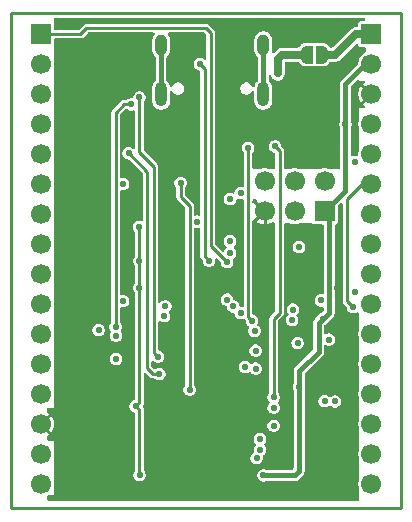
<source format=gbr>
%TF.GenerationSoftware,KiCad,Pcbnew,9.0.4*%
%TF.CreationDate,2025-09-11T17:12:04+01:00*%
%TF.ProjectId,OE PyBoard,4f452050-7942-46f6-9172-642e6b696361,rev?*%
%TF.SameCoordinates,Original*%
%TF.FileFunction,Copper,L4,Bot*%
%TF.FilePolarity,Positive*%
%FSLAX46Y46*%
G04 Gerber Fmt 4.6, Leading zero omitted, Abs format (unit mm)*
G04 Created by KiCad (PCBNEW 9.0.4) date 2025-09-11 17:12:04*
%MOMM*%
%LPD*%
G01*
G04 APERTURE LIST*
G04 Aperture macros list*
%AMFreePoly0*
4,1,23,0.500000,-0.750000,0.000000,-0.750000,0.000000,-0.745722,-0.065263,-0.745722,-0.191342,-0.711940,-0.304381,-0.646677,-0.396677,-0.554381,-0.461940,-0.441342,-0.495722,-0.315263,-0.495722,-0.250000,-0.500000,-0.250000,-0.500000,0.250000,-0.495722,0.250000,-0.495722,0.315263,-0.461940,0.441342,-0.396677,0.554381,-0.304381,0.646677,-0.191342,0.711940,-0.065263,0.745722,0.000000,0.745722,
0.000000,0.750000,0.500000,0.750000,0.500000,-0.750000,0.500000,-0.750000,$1*%
%AMFreePoly1*
4,1,23,0.000000,0.745722,0.065263,0.745722,0.191342,0.711940,0.304381,0.646677,0.396677,0.554381,0.461940,0.441342,0.495722,0.315263,0.495722,0.250000,0.500000,0.250000,0.500000,-0.250000,0.495722,-0.250000,0.495722,-0.315263,0.461940,-0.441342,0.396677,-0.554381,0.304381,-0.646677,0.191342,-0.711940,0.065263,-0.745722,0.000000,-0.745722,0.000000,-0.750000,-0.500000,-0.750000,
-0.500000,0.750000,0.000000,0.750000,0.000000,0.745722,0.000000,0.745722,$1*%
G04 Aperture macros list end*
%TA.AperFunction,SMDPad,CuDef*%
%ADD10FreePoly0,0.000000*%
%TD*%
%TA.AperFunction,SMDPad,CuDef*%
%ADD11FreePoly1,0.000000*%
%TD*%
%TA.AperFunction,ComponentPad*%
%ADD12C,1.700000*%
%TD*%
%TA.AperFunction,ComponentPad*%
%ADD13R,1.700000X1.700000*%
%TD*%
%TA.AperFunction,HeatsinkPad*%
%ADD14O,1.000000X1.800000*%
%TD*%
%TA.AperFunction,HeatsinkPad*%
%ADD15O,1.000000X2.100000*%
%TD*%
%TA.AperFunction,ViaPad*%
%ADD16C,0.550000*%
%TD*%
%TA.AperFunction,Conductor*%
%ADD17C,0.400000*%
%TD*%
%TA.AperFunction,Conductor*%
%ADD18C,0.220000*%
%TD*%
%TA.AperFunction,Conductor*%
%ADD19C,0.250000*%
%TD*%
%TA.AperFunction,Conductor*%
%ADD20C,0.450000*%
%TD*%
%TA.AperFunction,Conductor*%
%ADD21C,0.700000*%
%TD*%
%TA.AperFunction,Conductor*%
%ADD22C,0.230000*%
%TD*%
%TA.AperFunction,Profile*%
%ADD23C,0.230000*%
%TD*%
G04 APERTURE END LIST*
D10*
%TO.P,JP2,1,A*%
%TO.N,VBUS*%
X150734000Y-97739200D03*
D11*
%TO.P,JP2,2,B*%
%TO.N,V+*%
X152034000Y-97739200D03*
%TD*%
D12*
%TO.P,J7,16,Pin_16*%
%TO.N,/PA0-X1*%
X156210000Y-134112000D03*
%TO.P,J7,15,Pin_15*%
%TO.N,/PA1-X2*%
X156210000Y-131572000D03*
%TO.P,J7,14,Pin_14*%
%TO.N,/PA2-X3*%
X156210000Y-129032000D03*
%TO.P,J7,13,Pin_13*%
%TO.N,/PA3-X4*%
X156210000Y-126492000D03*
%TO.P,J7,12,Pin_12*%
%TO.N,/PA4-X5*%
X156210000Y-123952000D03*
%TO.P,J7,11,Pin_11*%
%TO.N,/PA5-X6*%
X156210000Y-121412000D03*
%TO.P,J7,10,Pin_10*%
%TO.N,/PA6-X7*%
X156210000Y-118872000D03*
%TO.P,J7,9,Pin_9*%
%TO.N,/PA7-X8*%
X156210000Y-116332000D03*
%TO.P,J7,8,Pin_8*%
%TO.N,/PB10-Y9*%
X156210000Y-113792000D03*
%TO.P,J7,7,Pin_7*%
%TO.N,/PB11-Y10*%
X156210000Y-111252000D03*
%TO.P,J7,6,Pin_6*%
%TO.N,/PB0-Y11*%
X156210000Y-108712000D03*
%TO.P,J7,5,Pin_5*%
%TO.N,/PB1-Y12*%
X156210000Y-106172000D03*
%TO.P,J7,4,Pin_4*%
%TO.N,/RST-SW*%
X156210000Y-103632000D03*
%TO.P,J7,3,Pin_3*%
%TO.N,GND*%
X156210000Y-101092000D03*
%TO.P,J7,2,Pin_2*%
%TO.N,+3V3*%
X156210000Y-98552000D03*
D13*
%TO.P,J7,1,Pin_1*%
%TO.N,V+*%
X156210000Y-96012000D03*
%TD*%
D12*
%TO.P,J6,16,Pin_16*%
%TO.N,V+*%
X128270000Y-134112000D03*
%TO.P,J6,15,Pin_15*%
%TO.N,+3V3*%
X128270000Y-131572000D03*
%TO.P,J6,14,Pin_14*%
%TO.N,GND*%
X128270000Y-129032000D03*
%TO.P,J6,13,Pin_13*%
%TO.N,/RST-SW*%
X128270000Y-126492000D03*
%TO.P,J6,12,Pin_12*%
%TO.N,/PC5-X12*%
X128270000Y-123952000D03*
%TO.P,J6,11,Pin_11*%
%TO.N,/PC4-X11*%
X128270000Y-121412000D03*
%TO.P,J6,10,Pin_10*%
%TO.N,/PB7-SDA-X10*%
X128270000Y-118872000D03*
%TO.P,J6,9,Pin_9*%
%TO.N,/PB6-SCL-X9*%
X128270000Y-116332000D03*
%TO.P,J6,8,Pin_8*%
%TO.N,/PB15-Y8*%
X128270000Y-113792000D03*
%TO.P,J6,7,Pin_7*%
%TO.N,/PB14-Y7*%
X128270000Y-111252000D03*
%TO.P,J6,6,Pin_6*%
%TO.N,/PB13-Y6*%
X128270000Y-108712000D03*
%TO.P,J6,5,Pin_5*%
%TO.N,/PB12-Y5*%
X128270000Y-106172000D03*
%TO.P,J6,4,Pin_4*%
%TO.N,/PB9-Y4*%
X128270000Y-103632000D03*
%TO.P,J6,3,Pin_3*%
%TO.N,/PB8-Y3*%
X128270000Y-101092000D03*
%TO.P,J6,2,Pin_2*%
%TO.N,/PC7-Y2*%
X128270000Y-98552000D03*
D13*
%TO.P,J6,1,Pin_1*%
%TO.N,/PC6-Y1*%
X128270000Y-96012000D03*
%TD*%
D12*
%TO.P,J4,6,Pin_6*%
%TO.N,/PA15-JTDI*%
X147178000Y-108478000D03*
%TO.P,J4,5,Pin_5*%
%TO.N,GND*%
X147178000Y-111018000D03*
%TO.P,J4,4,Pin_4*%
%TO.N,/PB6-JTDO*%
X149718000Y-108478000D03*
%TO.P,J4,3,Pin_3*%
%TO.N,/PB4-NJTRST*%
X149718000Y-111018000D03*
%TO.P,J4,2,Pin_2*%
%TO.N,/PA14-JTCK*%
X152258000Y-108478000D03*
D13*
%TO.P,J4,1,Pin_1*%
%TO.N,+3V3*%
X152258000Y-111018000D03*
%TD*%
D14*
%TO.P,J3,S1,SHIELD*%
%TO.N,Net-(J3-SHIELD)*%
X138428000Y-96931000D03*
D15*
X138428000Y-101111000D03*
D14*
X147068000Y-96931000D03*
D15*
X147068000Y-101111000D03*
%TD*%
D16*
%TO.N,GND*%
X143408400Y-105714800D03*
X143713200Y-98602800D03*
X129844800Y-97688400D03*
X135939803Y-102980065D03*
X132334000Y-107950000D03*
X154889200Y-130454400D03*
X151384000Y-116179600D03*
%TO.N,VBUS*%
X148219742Y-98615491D03*
%TO.N,/PB12-Y5*%
X144272000Y-109980000D03*
%TO.N,/PB14-Y7*%
X144272000Y-114552000D03*
%TO.N,/PB1-Y12*%
X145796000Y-105664000D03*
X146125000Y-120267000D03*
%TO.N,/PB9-Y4*%
X135678000Y-106085000D03*
X138277600Y-124788025D03*
%TO.N,/PA0-X1*%
X146509481Y-131902481D03*
%TO.N,/PB13-Y6*%
X144272000Y-113536000D03*
%TO.N,/PB7-SDA-X10*%
X134620000Y-123507000D03*
%TO.N,/PB11-Y10*%
X154813000Y-117856000D03*
X149569961Y-119320493D03*
%TO.N,/PA1-X2*%
X146812000Y-131189000D03*
%TO.N,/PA4-X5*%
X146431000Y-124331000D03*
%TO.N,/PC4-X11*%
X146431000Y-122807000D03*
%TO.N,/PC6-Y1*%
X144018000Y-115314000D03*
%TO.N,/PB15-Y8*%
X144018000Y-118489000D03*
%TO.N,/PA2-X3*%
X146812000Y-130300000D03*
%TO.N,/PB0-Y11*%
X154686000Y-119126000D03*
X146335750Y-121124250D03*
%TO.N,/VDDA*%
X148082000Y-105509000D03*
X147955000Y-126746000D03*
%TO.N,/PB6-SCL-X9*%
X133139431Y-121061573D03*
%TO.N,/PC5-X12*%
X145542000Y-124206000D03*
%TO.N,/RST-SW*%
X154809563Y-106807000D03*
X140081000Y-108585000D03*
X140843000Y-126111000D03*
X135199832Y-108712000D03*
%TO.N,/PB8-Y3*%
X136593022Y-101364106D03*
X138176000Y-123317000D03*
%TO.N,/PC7-Y2*%
X141732000Y-98552000D03*
X142494000Y-115187000D03*
%TO.N,/PB10-Y9*%
X149527885Y-120228716D03*
X150114000Y-114046000D03*
%TO.N,GND*%
X131960510Y-121062966D03*
X141732000Y-96647000D03*
X146558000Y-125424534D03*
X139827000Y-123317000D03*
X129794000Y-112014000D03*
X135509000Y-107569000D03*
X149553234Y-112839991D03*
X137718800Y-130911600D03*
X154482800Y-127254000D03*
X147624800Y-134518400D03*
X140081000Y-103124000D03*
X130500000Y-128250000D03*
X150215600Y-102717600D03*
X143499446Y-107500000D03*
X131318000Y-95123000D03*
X129794000Y-104902000D03*
X149225000Y-127000000D03*
X144974638Y-108710383D03*
X145288000Y-120904000D03*
X151250000Y-127075000D03*
X140081000Y-121158000D03*
X146431000Y-118872000D03*
X132969000Y-113030000D03*
X141097000Y-107823000D03*
X153416000Y-112649000D03*
X153162000Y-107061000D03*
X151647912Y-104421942D03*
X143891000Y-111887000D03*
X141478000Y-110871000D03*
X136500000Y-111000000D03*
X129794000Y-117983000D03*
X132069548Y-124458000D03*
X151511000Y-125730000D03*
X146939000Y-103251000D03*
X134315200Y-96875600D03*
X154736800Y-123342400D03*
X153354000Y-117500400D03*
X143002000Y-125730000D03*
X135890000Y-114427000D03*
X138684000Y-107315000D03*
X139077797Y-130940660D03*
X139430000Y-110570799D03*
X135509000Y-116459000D03*
X151028681Y-122263533D03*
X154736800Y-125577600D03*
X130454400Y-134569200D03*
X149250000Y-100000000D03*
X131500000Y-130000000D03*
X135255000Y-119634000D03*
X144510583Y-95235447D03*
X135001000Y-100584000D03*
X130048000Y-125250000D03*
X142798800Y-132559777D03*
X146939000Y-128397000D03*
X134747000Y-125222000D03*
X129921000Y-102362000D03*
X130454400Y-132232400D03*
X145161000Y-132588000D03*
X142240000Y-129284000D03*
X140081000Y-105410000D03*
X138557000Y-125730000D03*
X132334000Y-100584000D03*
X130302000Y-114681000D03*
X137287000Y-128522000D03*
X139903200Y-134366000D03*
X154686000Y-134620000D03*
X141732000Y-120777000D03*
X149453600Y-95402400D03*
%TO.N,+3V3*%
X136271000Y-127506000D03*
X136548720Y-112312720D03*
X150114000Y-125855000D03*
X135199832Y-118616000D03*
X152096000Y-120142000D03*
X136601200Y-133348000D03*
X154025600Y-103632000D03*
X141478000Y-111885000D03*
X136588500Y-117475000D03*
X147079000Y-133361000D03*
X136588500Y-115187000D03*
%TO.N,VBUS*%
X148303066Y-99334043D03*
%TO.N,/PA14-JTCK*%
X144529617Y-119049000D03*
X138780000Y-119049000D03*
X147955000Y-127635000D03*
X145161000Y-109474000D03*
%TO.N,/PB6-JTDO*%
X147955000Y-129159000D03*
%TO.N,/PB4-NJTRST*%
X152643999Y-121869757D03*
X149987000Y-122174000D03*
X153142500Y-127107500D03*
X134620000Y-121537000D03*
%TO.N,/PA15-JTDI*%
X152273000Y-127075000D03*
X145161000Y-119634000D03*
X151943988Y-118547201D03*
X138684000Y-119888000D03*
%TO.N,/PB3-SW1*%
X134570000Y-120788666D03*
X135890000Y-101949106D03*
%TD*%
D17*
%TO.N,Net-(J3-SHIELD)*%
X147068000Y-101111000D02*
X147068000Y-96931000D01*
X138428000Y-101111000D02*
X138428000Y-96931000D01*
D18*
%TO.N,/PB9-Y4*%
X137247000Y-107654000D02*
X135678000Y-106085000D01*
X137247000Y-124291000D02*
X137247000Y-107654000D01*
X138277600Y-124788025D02*
X137744025Y-124788025D01*
X137744025Y-124788025D02*
X137247000Y-124291000D01*
D19*
%TO.N,+3V3*%
X136588500Y-127823500D02*
X136271000Y-127506000D01*
X136588500Y-133335300D02*
X136588500Y-127823500D01*
X136601200Y-133348000D02*
X136588500Y-133335300D01*
D20*
X154025600Y-100228400D02*
X155704000Y-98550000D01*
X154025600Y-109250400D02*
X154025600Y-100228400D01*
X155704000Y-98550000D02*
X156210000Y-98550000D01*
X152258000Y-111018000D02*
X154025600Y-109250400D01*
D21*
%TO.N,V+*%
X154913174Y-96012000D02*
X156210000Y-96012000D01*
X153185974Y-97739200D02*
X154913174Y-96012000D01*
X152034000Y-97739200D02*
X153185974Y-97739200D01*
%TO.N,VBUS*%
X148696147Y-97739200D02*
X150734000Y-97739200D01*
X148303066Y-98132281D02*
X148696147Y-97739200D01*
X148303066Y-99334043D02*
X148303066Y-98132281D01*
D18*
%TO.N,/PB1-Y12*%
X145796000Y-105664000D02*
X145796000Y-119938000D01*
X145796000Y-119938000D02*
X146125000Y-120267000D01*
%TO.N,/PC6-Y1*%
X142621000Y-113917000D02*
X142621000Y-95885000D01*
X132078000Y-95504000D02*
X131572000Y-96010000D01*
X142240000Y-95504000D02*
X132078000Y-95504000D01*
X142621000Y-95885000D02*
X142240000Y-95504000D01*
X144018000Y-115314000D02*
X142621000Y-113917000D01*
X131572000Y-96010000D02*
X128270000Y-96010000D01*
D22*
%TO.N,/PB0-Y11*%
X154156531Y-110003469D02*
X155450000Y-108710000D01*
X154156531Y-118596531D02*
X154156531Y-110003469D01*
X155450000Y-108710000D02*
X156210000Y-108710000D01*
X154686000Y-119126000D02*
X154156531Y-118596531D01*
%TO.N,/VDDA*%
X148463000Y-105890000D02*
X148463000Y-119591653D01*
X148082000Y-105509000D02*
X148463000Y-105890000D01*
X148463000Y-119591653D02*
X147955000Y-120099653D01*
X147955000Y-120099653D02*
X147955000Y-126746000D01*
D18*
%TO.N,/RST-SW*%
X140843000Y-110538000D02*
X140843000Y-126111000D01*
X140081000Y-109776000D02*
X140843000Y-110538000D01*
X140081000Y-108585000D02*
X140081000Y-109776000D01*
%TO.N,/PB8-Y3*%
X137823063Y-107228871D02*
X137823063Y-122964063D01*
X136593022Y-105998830D02*
X137823063Y-107228871D01*
X137823063Y-122964063D02*
X138176000Y-123317000D01*
X136593022Y-101364106D02*
X136593022Y-105998830D01*
%TO.N,/PC7-Y2*%
X142113000Y-114806000D02*
X142494000Y-115187000D01*
X141732000Y-98552000D02*
X142113000Y-98933000D01*
X142113000Y-98933000D02*
X142113000Y-114806000D01*
D22*
%TO.N,GND*%
X147178000Y-111018000D02*
X147178000Y-112761000D01*
X147178000Y-112761000D02*
X147193000Y-112776000D01*
D20*
%TO.N,+3V3*%
X151750000Y-120488000D02*
X151750000Y-122885500D01*
X150114000Y-132967000D02*
X149720000Y-133361000D01*
X149720000Y-133361000D02*
X147079000Y-133361000D01*
X150114000Y-126236000D02*
X150114000Y-132967000D01*
D19*
X136271000Y-127506000D02*
X136588500Y-127188500D01*
D20*
X152096000Y-120142000D02*
X152654000Y-119584000D01*
X152654000Y-119584000D02*
X152654000Y-111414000D01*
X152096000Y-120142000D02*
X151750000Y-120488000D01*
D18*
X136548720Y-115147220D02*
X136588500Y-115187000D01*
X136548720Y-112312720D02*
X136548720Y-115147220D01*
D20*
X150114000Y-124521500D02*
X150114000Y-126236000D01*
X151750000Y-122885500D02*
X150114000Y-124521500D01*
D19*
X136588500Y-127188500D02*
X136588500Y-115187000D01*
D20*
X150114000Y-125855000D02*
X150114000Y-126236000D01*
D18*
%TO.N,/PB3-SW1*%
X135890000Y-101949106D02*
X135286894Y-101949106D01*
X134570000Y-102666000D02*
X134570000Y-120788666D01*
X135286894Y-101949106D02*
X134570000Y-102666000D01*
%TD*%
%TA.AperFunction,Conductor*%
%TO.N,GND*%
G36*
X155659992Y-94633817D02*
G01*
X155699588Y-94688317D01*
X155704915Y-94720646D01*
X155705915Y-94801146D01*
X155685895Y-94865468D01*
X155631891Y-94905739D01*
X155596923Y-94911500D01*
X155335326Y-94911500D01*
X155262260Y-94926034D01*
X155179399Y-94981399D01*
X155124034Y-95064260D01*
X155109500Y-95137326D01*
X155109500Y-95137327D01*
X155109500Y-95137329D01*
X155109500Y-95302500D01*
X155104165Y-95318919D01*
X155104165Y-95336183D01*
X155094017Y-95350149D01*
X155088683Y-95366569D01*
X155074716Y-95376716D01*
X155064569Y-95390683D01*
X155048149Y-95396017D01*
X155034183Y-95406165D01*
X155000500Y-95411500D01*
X154998924Y-95411500D01*
X154998908Y-95411499D01*
X154992232Y-95411499D01*
X154834117Y-95411499D01*
X154834115Y-95411499D01*
X154681389Y-95452423D01*
X154544460Y-95531478D01*
X152969164Y-97106775D01*
X152961327Y-97110767D01*
X152956158Y-97117883D01*
X152931882Y-97125770D01*
X152909140Y-97137358D01*
X152892089Y-97138700D01*
X152766946Y-97138700D01*
X152702877Y-97117883D01*
X152672549Y-97084200D01*
X152655369Y-97054443D01*
X152614765Y-97001527D01*
X152521673Y-96908435D01*
X152521671Y-96908433D01*
X152468760Y-96867832D01*
X152354747Y-96802007D01*
X152354745Y-96802006D01*
X152354743Y-96802005D01*
X152293123Y-96776481D01*
X152165956Y-96742406D01*
X152165951Y-96742405D01*
X152165953Y-96742405D01*
X152134279Y-96738235D01*
X152099826Y-96733700D01*
X151534000Y-96733700D01*
X151436224Y-96753149D01*
X151436219Y-96753150D01*
X151426305Y-96757257D01*
X151424630Y-96753213D01*
X151379607Y-96765861D01*
X151343051Y-96753983D01*
X151341695Y-96757257D01*
X151331780Y-96753150D01*
X151331776Y-96753149D01*
X151234000Y-96733700D01*
X150668174Y-96733700D01*
X150633720Y-96738235D01*
X150602047Y-96742405D01*
X150474877Y-96776481D01*
X150413252Y-96802007D01*
X150299239Y-96867832D01*
X150246328Y-96908433D01*
X150153233Y-97001528D01*
X150112633Y-97054439D01*
X150095451Y-97084200D01*
X150045389Y-97129276D01*
X150001054Y-97138700D01*
X148617088Y-97138700D01*
X148576166Y-97149664D01*
X148576166Y-97149665D01*
X148520264Y-97164644D01*
X148464362Y-97179623D01*
X148327430Y-97258679D01*
X148215626Y-97370483D01*
X148215627Y-97370484D01*
X148215625Y-97370486D01*
X148215624Y-97370486D01*
X147982522Y-97603587D01*
X147922499Y-97634170D01*
X147855963Y-97623632D01*
X147808328Y-97575997D01*
X147797790Y-97509460D01*
X147798543Y-97505247D01*
X147818499Y-97404923D01*
X147818500Y-97404915D01*
X147818500Y-96457085D01*
X147818500Y-96457082D01*
X147789658Y-96312087D01*
X147733084Y-96175505D01*
X147650951Y-96052584D01*
X147546416Y-95948049D01*
X147534096Y-95939817D01*
X147423496Y-95865916D01*
X147423491Y-95865914D01*
X147286915Y-95809343D01*
X147286916Y-95809343D01*
X147286913Y-95809342D01*
X147141918Y-95780500D01*
X146994082Y-95780500D01*
X146849087Y-95809342D01*
X146849085Y-95809342D01*
X146849084Y-95809343D01*
X146712508Y-95865914D01*
X146712503Y-95865916D01*
X146589586Y-95948047D01*
X146485047Y-96052586D01*
X146402916Y-96175503D01*
X146402914Y-96175508D01*
X146346343Y-96312084D01*
X146346342Y-96312087D01*
X146317500Y-96457082D01*
X146317500Y-97404918D01*
X146346342Y-97549913D01*
X146346343Y-97549915D01*
X146402914Y-97686491D01*
X146402916Y-97686496D01*
X146420348Y-97712584D01*
X146485049Y-97809416D01*
X146585576Y-97909943D01*
X146616158Y-97969965D01*
X146617500Y-97987016D01*
X146617500Y-99904984D01*
X146596683Y-99969053D01*
X146585580Y-99982052D01*
X146522772Y-100044861D01*
X146485047Y-100082586D01*
X146402916Y-100205503D01*
X146402914Y-100205508D01*
X146346343Y-100342084D01*
X146346339Y-100342096D01*
X146336626Y-100390928D01*
X146303710Y-100449704D01*
X146242532Y-100477907D01*
X146176461Y-100464764D01*
X146130733Y-100415295D01*
X146129019Y-100411376D01*
X146127689Y-100408167D01*
X146127688Y-100408166D01*
X146127688Y-100408164D01*
X146058505Y-100288335D01*
X145960665Y-100190495D01*
X145960662Y-100190493D01*
X145840835Y-100121311D01*
X145707183Y-100085500D01*
X145568817Y-100085500D01*
X145435164Y-100121311D01*
X145315337Y-100190493D01*
X145217493Y-100288337D01*
X145148311Y-100408164D01*
X145112500Y-100541817D01*
X145112500Y-100680182D01*
X145148311Y-100813835D01*
X145217493Y-100933662D01*
X145217495Y-100933665D01*
X145315335Y-101031505D01*
X145435164Y-101100688D01*
X145568817Y-101136500D01*
X145707183Y-101136500D01*
X145840836Y-101100688D01*
X145960665Y-101031505D01*
X146058505Y-100933665D01*
X146114103Y-100837365D01*
X146164165Y-100792289D01*
X146231162Y-100785247D01*
X146289502Y-100818929D01*
X146316903Y-100880471D01*
X146317500Y-100891865D01*
X146317500Y-101734918D01*
X146346342Y-101879913D01*
X146346343Y-101879915D01*
X146402914Y-102016491D01*
X146402916Y-102016496D01*
X146415495Y-102035321D01*
X146485049Y-102139416D01*
X146589584Y-102243951D01*
X146651044Y-102285017D01*
X146712503Y-102326083D01*
X146712504Y-102326083D01*
X146712505Y-102326084D01*
X146849087Y-102382658D01*
X146994082Y-102411500D01*
X146994086Y-102411500D01*
X147141914Y-102411500D01*
X147141918Y-102411500D01*
X147286913Y-102382658D01*
X147423495Y-102326084D01*
X147546416Y-102243951D01*
X147650951Y-102139416D01*
X147733084Y-102016495D01*
X147789658Y-101879913D01*
X147818500Y-101734918D01*
X147818500Y-100487082D01*
X147789658Y-100342087D01*
X147733084Y-100205505D01*
X147723053Y-100190493D01*
X147650952Y-100082586D01*
X147650951Y-100082584D01*
X147550423Y-99982056D01*
X147519842Y-99922035D01*
X147518500Y-99904984D01*
X147518500Y-99554093D01*
X147539317Y-99490024D01*
X147593817Y-99450428D01*
X147661183Y-99450428D01*
X147715683Y-99490024D01*
X147732786Y-99525882D01*
X147743488Y-99565826D01*
X147743489Y-99565827D01*
X147822546Y-99702759D01*
X147934350Y-99814563D01*
X148071282Y-99893620D01*
X148224009Y-99934543D01*
X148382123Y-99934543D01*
X148534850Y-99893620D01*
X148671782Y-99814563D01*
X148783586Y-99702759D01*
X148862643Y-99565827D01*
X148903566Y-99413100D01*
X148903566Y-98448700D01*
X148924383Y-98384631D01*
X148978883Y-98345035D01*
X149012566Y-98339700D01*
X150001054Y-98339700D01*
X150065123Y-98360517D01*
X150095450Y-98394199D01*
X150112631Y-98423957D01*
X150112633Y-98423960D01*
X150153233Y-98476871D01*
X150246328Y-98569966D01*
X150299239Y-98610567D01*
X150317625Y-98621182D01*
X150413257Y-98676395D01*
X150474877Y-98701919D01*
X150602044Y-98735994D01*
X150668174Y-98744700D01*
X150668179Y-98744700D01*
X151233996Y-98744700D01*
X151234000Y-98744700D01*
X151331776Y-98725251D01*
X151331778Y-98725249D01*
X151331781Y-98725249D01*
X151341698Y-98721142D01*
X151343381Y-98725207D01*
X151388182Y-98712529D01*
X151424924Y-98724467D01*
X151426302Y-98721142D01*
X151436218Y-98725249D01*
X151436222Y-98725249D01*
X151436224Y-98725251D01*
X151534000Y-98744700D01*
X151534003Y-98744700D01*
X152099821Y-98744700D01*
X152099826Y-98744700D01*
X152165956Y-98735994D01*
X152293123Y-98701919D01*
X152354743Y-98676395D01*
X152468757Y-98610569D01*
X152521673Y-98569965D01*
X152614765Y-98476873D01*
X152655369Y-98423957D01*
X152672549Y-98394199D01*
X152722611Y-98349124D01*
X152766946Y-98339700D01*
X153100225Y-98339700D01*
X153100241Y-98339701D01*
X153106917Y-98339701D01*
X153265029Y-98339701D01*
X153265031Y-98339701D01*
X153417759Y-98298777D01*
X153467873Y-98269842D01*
X153467877Y-98269840D01*
X153493668Y-98254949D01*
X153554690Y-98219720D01*
X153666494Y-98107916D01*
X153666494Y-98107914D01*
X153675463Y-98098946D01*
X153675466Y-98098941D01*
X154928511Y-96845897D01*
X154988534Y-96815315D01*
X155055070Y-96825853D01*
X155102705Y-96873488D01*
X155112490Y-96901708D01*
X155122937Y-96954225D01*
X155124034Y-96959740D01*
X155179399Y-97042601D01*
X155262260Y-97097966D01*
X155335326Y-97112500D01*
X155335330Y-97112500D01*
X155626972Y-97112500D01*
X155691041Y-97133317D01*
X155730637Y-97187817D01*
X155735964Y-97220146D01*
X155739298Y-97488560D01*
X155719278Y-97552882D01*
X155679793Y-97587033D01*
X155633211Y-97610768D01*
X155493074Y-97712584D01*
X155370584Y-97835074D01*
X155268765Y-97975216D01*
X155268763Y-97975219D01*
X155265329Y-97981959D01*
X155265284Y-97982048D01*
X155234738Y-98042000D01*
X155194000Y-98042000D01*
X155194000Y-98121953D01*
X155190127Y-98129555D01*
X155186205Y-98141623D01*
X155186203Y-98141629D01*
X155136598Y-98294294D01*
X155113788Y-98438312D01*
X155083205Y-98498335D01*
X153733636Y-99847905D01*
X153645103Y-99936437D01*
X153582505Y-100044861D01*
X153550100Y-100165797D01*
X153550100Y-103375383D01*
X153537577Y-103422124D01*
X153538645Y-103422567D01*
X153535911Y-103429166D01*
X153500100Y-103562817D01*
X153500100Y-103701182D01*
X153535912Y-103834836D01*
X153538646Y-103841437D01*
X153537575Y-103841880D01*
X153550100Y-103888616D01*
X153550100Y-107333000D01*
X153529283Y-107397069D01*
X153474783Y-107436665D01*
X153441100Y-107442000D01*
X152648076Y-107442000D01*
X152614393Y-107436665D01*
X152515704Y-107404598D01*
X152515705Y-107404598D01*
X152344612Y-107377500D01*
X152344611Y-107377500D01*
X152171389Y-107377500D01*
X152171387Y-107377500D01*
X152000295Y-107404598D01*
X151901607Y-107436665D01*
X151867924Y-107442000D01*
X150108076Y-107442000D01*
X150074393Y-107436665D01*
X149975704Y-107404598D01*
X149975705Y-107404598D01*
X149804612Y-107377500D01*
X149804611Y-107377500D01*
X149631389Y-107377500D01*
X149631387Y-107377500D01*
X149460295Y-107404598D01*
X149361607Y-107436665D01*
X149327924Y-107442000D01*
X148937500Y-107442000D01*
X148873431Y-107421183D01*
X148833835Y-107366683D01*
X148828500Y-107333000D01*
X148828500Y-105841883D01*
X148828499Y-105841877D01*
X148811253Y-105777516D01*
X148811243Y-105777478D01*
X148803592Y-105748922D01*
X148755473Y-105665577D01*
X148723099Y-105633203D01*
X148639425Y-105549528D01*
X148608842Y-105489505D01*
X148607500Y-105472454D01*
X148607500Y-105439817D01*
X148571688Y-105306164D01*
X148502506Y-105186337D01*
X148502505Y-105186335D01*
X148404665Y-105088495D01*
X148404662Y-105088493D01*
X148284835Y-105019311D01*
X148151183Y-104983500D01*
X148012817Y-104983500D01*
X147879164Y-105019311D01*
X147759337Y-105088493D01*
X147661493Y-105186337D01*
X147592311Y-105306164D01*
X147582887Y-105341337D01*
X147556500Y-105439817D01*
X147556500Y-105578183D01*
X147561090Y-105595312D01*
X147592311Y-105711835D01*
X147661493Y-105831662D01*
X147661495Y-105831665D01*
X147759335Y-105929505D01*
X147879164Y-105998688D01*
X148012817Y-106034500D01*
X148012818Y-106034500D01*
X148016711Y-106035543D01*
X148073209Y-106072233D01*
X148097351Y-106135124D01*
X148097500Y-106140829D01*
X148097500Y-107333000D01*
X148076683Y-107397069D01*
X148022183Y-107436665D01*
X147988500Y-107442000D01*
X147568076Y-107442000D01*
X147534393Y-107436665D01*
X147435704Y-107404598D01*
X147435705Y-107404598D01*
X147264612Y-107377500D01*
X147264611Y-107377500D01*
X147091389Y-107377500D01*
X147091387Y-107377500D01*
X146920295Y-107404598D01*
X146821607Y-107436665D01*
X146787924Y-107442000D01*
X146265500Y-107442000D01*
X146201431Y-107421183D01*
X146161835Y-107366683D01*
X146156500Y-107333000D01*
X146156500Y-106091819D01*
X146177317Y-106027750D01*
X146188419Y-106014750D01*
X146216505Y-105986665D01*
X146285688Y-105866836D01*
X146321500Y-105733183D01*
X146321500Y-105594817D01*
X146285688Y-105461164D01*
X146216505Y-105341335D01*
X146118665Y-105243495D01*
X146118662Y-105243493D01*
X145998835Y-105174311D01*
X145865183Y-105138500D01*
X145726817Y-105138500D01*
X145593164Y-105174311D01*
X145473337Y-105243493D01*
X145375493Y-105341337D01*
X145306311Y-105461164D01*
X145282635Y-105549528D01*
X145270500Y-105594817D01*
X145270500Y-105733183D01*
X145272850Y-105741953D01*
X145306311Y-105866835D01*
X145342494Y-105929506D01*
X145375495Y-105986665D01*
X145403576Y-106014746D01*
X145434158Y-106074768D01*
X145435500Y-106091819D01*
X145435500Y-108861462D01*
X145414683Y-108925531D01*
X145360183Y-108965127D01*
X145298290Y-108966748D01*
X145230184Y-108948500D01*
X145230183Y-108948500D01*
X145091817Y-108948500D01*
X144958164Y-108984311D01*
X144838337Y-109053493D01*
X144740493Y-109151337D01*
X144671311Y-109271164D01*
X144635499Y-109404818D01*
X144634982Y-109408749D01*
X144633760Y-109411309D01*
X144633651Y-109411718D01*
X144633575Y-109411697D01*
X144605977Y-109469551D01*
X144546774Y-109501693D01*
X144479985Y-109492897D01*
X144475944Y-109490770D01*
X144474836Y-109490312D01*
X144341183Y-109454500D01*
X144202817Y-109454500D01*
X144069164Y-109490311D01*
X143949337Y-109559493D01*
X143851493Y-109657337D01*
X143782311Y-109777164D01*
X143767417Y-109832752D01*
X143746500Y-109910817D01*
X143746500Y-110049183D01*
X143756095Y-110084994D01*
X143782311Y-110182835D01*
X143851493Y-110302662D01*
X143851495Y-110302665D01*
X143949335Y-110400505D01*
X144069164Y-110469688D01*
X144202817Y-110505500D01*
X144341183Y-110505500D01*
X144474836Y-110469688D01*
X144594665Y-110400505D01*
X144692505Y-110302665D01*
X144761688Y-110182836D01*
X144797500Y-110049183D01*
X144797500Y-110049175D01*
X144798016Y-110045261D01*
X144799236Y-110042701D01*
X144799349Y-110042282D01*
X144799426Y-110042302D01*
X144827014Y-109984456D01*
X144886214Y-109952308D01*
X144953004Y-109961098D01*
X144957051Y-109963227D01*
X144958160Y-109963685D01*
X144958164Y-109963688D01*
X145091817Y-109999500D01*
X145230183Y-109999500D01*
X145298289Y-109981251D01*
X145365562Y-109984777D01*
X145417915Y-110027171D01*
X145435500Y-110086537D01*
X145435500Y-119021462D01*
X145427977Y-119044615D01*
X145424715Y-119068735D01*
X145417783Y-119075987D01*
X145414683Y-119085531D01*
X145394988Y-119099839D01*
X145378172Y-119117436D01*
X145369354Y-119118463D01*
X145360183Y-119125127D01*
X145311891Y-119129479D01*
X145304999Y-119128546D01*
X145230183Y-119108500D01*
X145156776Y-119108500D01*
X145149508Y-119107517D01*
X145125446Y-119095935D01*
X145100048Y-119087683D01*
X145095609Y-119081573D01*
X145088808Y-119078300D01*
X145076150Y-119054790D01*
X145060452Y-119033183D01*
X145058757Y-119022485D01*
X145056873Y-119018985D01*
X145057485Y-119014454D01*
X145055117Y-118999500D01*
X145055117Y-118979817D01*
X145019305Y-118846164D01*
X144950122Y-118726335D01*
X144852282Y-118628495D01*
X144834748Y-118618372D01*
X144732453Y-118559312D01*
X144624288Y-118530329D01*
X144567791Y-118493639D01*
X144543649Y-118430747D01*
X144543500Y-118425043D01*
X144543500Y-118419817D01*
X144507688Y-118286164D01*
X144438506Y-118166337D01*
X144438505Y-118166335D01*
X144340665Y-118068495D01*
X144278469Y-118032586D01*
X144220835Y-117999311D01*
X144087183Y-117963500D01*
X143948817Y-117963500D01*
X143815164Y-117999311D01*
X143695337Y-118068493D01*
X143597493Y-118166337D01*
X143528311Y-118286164D01*
X143503184Y-118379942D01*
X143492500Y-118419817D01*
X143492500Y-118558183D01*
X143492803Y-118559312D01*
X143528311Y-118691835D01*
X143595680Y-118808522D01*
X143597495Y-118811665D01*
X143695335Y-118909505D01*
X143815164Y-118978688D01*
X143923328Y-119007670D01*
X143979826Y-119044360D01*
X144003968Y-119107251D01*
X144004117Y-119112956D01*
X144004117Y-119118183D01*
X144004192Y-119118463D01*
X144039928Y-119251835D01*
X144091922Y-119341891D01*
X144109112Y-119371665D01*
X144206952Y-119469505D01*
X144300177Y-119523328D01*
X144326781Y-119538688D01*
X144460434Y-119574500D01*
X144526500Y-119574500D01*
X144590569Y-119595317D01*
X144630165Y-119649817D01*
X144635500Y-119683500D01*
X144635500Y-119703183D01*
X144639031Y-119716360D01*
X144671311Y-119836835D01*
X144740493Y-119956662D01*
X144740495Y-119956665D01*
X144838335Y-120054505D01*
X144958164Y-120123688D01*
X145091817Y-120159500D01*
X145230183Y-120159500D01*
X145363836Y-120123688D01*
X145363842Y-120123684D01*
X145370437Y-120120954D01*
X145371232Y-120122873D01*
X145427646Y-120110876D01*
X145489191Y-120138269D01*
X145494830Y-120143725D01*
X145504027Y-120153288D01*
X145507528Y-120159352D01*
X145568337Y-120220161D01*
X145569065Y-120220918D01*
X145583329Y-120250318D01*
X145598158Y-120279422D01*
X145598295Y-120281164D01*
X145598471Y-120281527D01*
X145598368Y-120282099D01*
X145599500Y-120296473D01*
X145599500Y-120336182D01*
X145635311Y-120469835D01*
X145694634Y-120572586D01*
X145704495Y-120589665D01*
X145802335Y-120687505D01*
X145825492Y-120700874D01*
X145842018Y-120710416D01*
X145887094Y-120760479D01*
X145894136Y-120827475D01*
X145881915Y-120859312D01*
X145846062Y-120921411D01*
X145846062Y-120921413D01*
X145810250Y-121055067D01*
X145810250Y-121193432D01*
X145846061Y-121327085D01*
X145886305Y-121396790D01*
X145915245Y-121446915D01*
X146013085Y-121544755D01*
X146132914Y-121613938D01*
X146266567Y-121649750D01*
X146404933Y-121649750D01*
X146538586Y-121613938D01*
X146658415Y-121544755D01*
X146756255Y-121446915D01*
X146825438Y-121327086D01*
X146861250Y-121193433D01*
X146861250Y-121055067D01*
X146825438Y-120921414D01*
X146756255Y-120801585D01*
X146658415Y-120703745D01*
X146658412Y-120703743D01*
X146658411Y-120703742D01*
X146618730Y-120680832D01*
X146573654Y-120630770D01*
X146566613Y-120563773D01*
X146578835Y-120531936D01*
X146614686Y-120469840D01*
X146614686Y-120469839D01*
X146614688Y-120469836D01*
X146650500Y-120336183D01*
X146650500Y-120197817D01*
X146614688Y-120064164D01*
X146545505Y-119944335D01*
X146447665Y-119846495D01*
X146447662Y-119846493D01*
X146327835Y-119777311D01*
X146237289Y-119753050D01*
X146180791Y-119716360D01*
X146156649Y-119653469D01*
X146156500Y-119647764D01*
X146156500Y-111808479D01*
X146177317Y-111744410D01*
X146231817Y-111704814D01*
X146274054Y-111699815D01*
X146316096Y-111703124D01*
X146747269Y-111271950D01*
X146777901Y-111325007D01*
X146870993Y-111418099D01*
X146924045Y-111448729D01*
X146492874Y-111879901D01*
X146601474Y-111958802D01*
X146755751Y-112037411D01*
X146920411Y-112090913D01*
X147091428Y-112118000D01*
X147264572Y-112118000D01*
X147435588Y-112090913D01*
X147600248Y-112037411D01*
X147754529Y-111958801D01*
X147807332Y-111920438D01*
X147871400Y-111899621D01*
X147935469Y-111920438D01*
X147947563Y-111930646D01*
X147980400Y-111962719D01*
X147980400Y-112014000D01*
X148032900Y-112014000D01*
X148064663Y-112045025D01*
X148076800Y-112068169D01*
X148092165Y-112089317D01*
X148094014Y-112100993D01*
X148095950Y-112104684D01*
X148095301Y-112109117D01*
X148097500Y-112123000D01*
X148097500Y-119395108D01*
X148076683Y-119459177D01*
X148065575Y-119472183D01*
X147730578Y-119807180D01*
X147730577Y-119807179D01*
X147662526Y-119875231D01*
X147614407Y-119958575D01*
X147589500Y-120051534D01*
X147589500Y-126323180D01*
X147568683Y-126387249D01*
X147557576Y-126400253D01*
X147534495Y-126423334D01*
X147465311Y-126543164D01*
X147429500Y-126676817D01*
X147429500Y-126815182D01*
X147465311Y-126948835D01*
X147534493Y-127068662D01*
X147534495Y-127068665D01*
X147579257Y-127113427D01*
X147609839Y-127173449D01*
X147599301Y-127239985D01*
X147579258Y-127267571D01*
X147543666Y-127303164D01*
X147534493Y-127312337D01*
X147465311Y-127432164D01*
X147439631Y-127528006D01*
X147429500Y-127565817D01*
X147429500Y-127704183D01*
X147430747Y-127708836D01*
X147465311Y-127837835D01*
X147465312Y-127837836D01*
X147534495Y-127957665D01*
X147632335Y-128055505D01*
X147752164Y-128124688D01*
X147885817Y-128160500D01*
X148024183Y-128160500D01*
X148157836Y-128124688D01*
X148277665Y-128055505D01*
X148375505Y-127957665D01*
X148444688Y-127837836D01*
X148480500Y-127704183D01*
X148480500Y-127565817D01*
X148444688Y-127432164D01*
X148375505Y-127312335D01*
X148330742Y-127267572D01*
X148300161Y-127207551D01*
X148310699Y-127141015D01*
X148330741Y-127113428D01*
X148375505Y-127068665D01*
X148444688Y-126948836D01*
X148480500Y-126815183D01*
X148480500Y-126676817D01*
X148444688Y-126543164D01*
X148375505Y-126423335D01*
X148375504Y-126423334D01*
X148352424Y-126400253D01*
X148321842Y-126340229D01*
X148320500Y-126323180D01*
X148320500Y-122104817D01*
X149461500Y-122104817D01*
X149461500Y-122243183D01*
X149471095Y-122278994D01*
X149497311Y-122376835D01*
X149507947Y-122395257D01*
X149566495Y-122496665D01*
X149664335Y-122594505D01*
X149784164Y-122663688D01*
X149917817Y-122699500D01*
X150056183Y-122699500D01*
X150189836Y-122663688D01*
X150309665Y-122594505D01*
X150407505Y-122496665D01*
X150476688Y-122376836D01*
X150512500Y-122243183D01*
X150512500Y-122104817D01*
X150476688Y-121971164D01*
X150407505Y-121851335D01*
X150309665Y-121753495D01*
X150286007Y-121739836D01*
X150189835Y-121684311D01*
X150056183Y-121648500D01*
X149917817Y-121648500D01*
X149784164Y-121684311D01*
X149664337Y-121753493D01*
X149566493Y-121851337D01*
X149497311Y-121971164D01*
X149470134Y-122072593D01*
X149461500Y-122104817D01*
X148320500Y-122104817D01*
X148320500Y-120296197D01*
X148341317Y-120232128D01*
X148352419Y-120219128D01*
X148412014Y-120159533D01*
X149002385Y-120159533D01*
X149002385Y-120297898D01*
X149038196Y-120431551D01*
X149060300Y-120469836D01*
X149107380Y-120551381D01*
X149205220Y-120649221D01*
X149325049Y-120718404D01*
X149458702Y-120754216D01*
X149597068Y-120754216D01*
X149730721Y-120718404D01*
X149850550Y-120649221D01*
X149948390Y-120551381D01*
X150017573Y-120431552D01*
X150053385Y-120297899D01*
X150053385Y-120159533D01*
X150017573Y-120025880D01*
X149948390Y-119906051D01*
X149915053Y-119872714D01*
X149884472Y-119812693D01*
X149895010Y-119746157D01*
X149915053Y-119718570D01*
X149990466Y-119643158D01*
X150059649Y-119523329D01*
X150095461Y-119389676D01*
X150095461Y-119251310D01*
X150059649Y-119117657D01*
X149990466Y-118997828D01*
X149892626Y-118899988D01*
X149892623Y-118899986D01*
X149772796Y-118830804D01*
X149639144Y-118794993D01*
X149500778Y-118794993D01*
X149367125Y-118830804D01*
X149247298Y-118899986D01*
X149149454Y-118997830D01*
X149080272Y-119117657D01*
X149059500Y-119195182D01*
X149044461Y-119251310D01*
X149044461Y-119389676D01*
X149046500Y-119397285D01*
X149080272Y-119523328D01*
X149149454Y-119643155D01*
X149149456Y-119643158D01*
X149182791Y-119676493D01*
X149213373Y-119736515D01*
X149202835Y-119803051D01*
X149182790Y-119830640D01*
X149107379Y-119906050D01*
X149038196Y-120025880D01*
X149002385Y-120159533D01*
X148412014Y-120159533D01*
X148755472Y-119816076D01*
X148760609Y-119807180D01*
X148803592Y-119732731D01*
X148809304Y-119711414D01*
X148828500Y-119639773D01*
X148828500Y-119543534D01*
X148828500Y-113976817D01*
X149588500Y-113976817D01*
X149588500Y-114115183D01*
X149592871Y-114131495D01*
X149624311Y-114248835D01*
X149693493Y-114368662D01*
X149693495Y-114368665D01*
X149791335Y-114466505D01*
X149911164Y-114535688D01*
X150044817Y-114571500D01*
X150183183Y-114571500D01*
X150316836Y-114535688D01*
X150436665Y-114466505D01*
X150534505Y-114368665D01*
X150603688Y-114248836D01*
X150639500Y-114115183D01*
X150639500Y-113976817D01*
X150603688Y-113843164D01*
X150534505Y-113723335D01*
X150436665Y-113625495D01*
X150436591Y-113625452D01*
X150316835Y-113556311D01*
X150183183Y-113520500D01*
X150044817Y-113520500D01*
X149911164Y-113556311D01*
X149791337Y-113625493D01*
X149693493Y-113723337D01*
X149624311Y-113843164D01*
X149592589Y-113961556D01*
X149588500Y-113976817D01*
X148828500Y-113976817D01*
X148828500Y-112123000D01*
X148849317Y-112058931D01*
X148903817Y-112019335D01*
X148937500Y-112014000D01*
X149222533Y-112014000D01*
X149272016Y-112025879D01*
X149295555Y-112037873D01*
X149377927Y-112064637D01*
X149460295Y-112091401D01*
X149460297Y-112091401D01*
X149460299Y-112091402D01*
X149631389Y-112118500D01*
X149631390Y-112118500D01*
X149804610Y-112118500D01*
X149804611Y-112118500D01*
X149975701Y-112091402D01*
X150140445Y-112037873D01*
X150163983Y-112025879D01*
X150213467Y-112014000D01*
X151147649Y-112014000D01*
X151211718Y-112034817D01*
X151224724Y-112045925D01*
X151227396Y-112048597D01*
X151227399Y-112048601D01*
X151310260Y-112103966D01*
X151383326Y-112118500D01*
X152069500Y-112118500D01*
X152133569Y-112139317D01*
X152173165Y-112193817D01*
X152178500Y-112227500D01*
X152178500Y-117923949D01*
X152157683Y-117988018D01*
X152103183Y-118027614D01*
X152041290Y-118029235D01*
X152013172Y-118021701D01*
X152013171Y-118021701D01*
X151874805Y-118021701D01*
X151741152Y-118057512D01*
X151621325Y-118126694D01*
X151523481Y-118224538D01*
X151454299Y-118344365D01*
X151421200Y-118467898D01*
X151418488Y-118478018D01*
X151418488Y-118616384D01*
X151423828Y-118636312D01*
X151454299Y-118750036D01*
X151523481Y-118869863D01*
X151523483Y-118869866D01*
X151621323Y-118967706D01*
X151741152Y-119036889D01*
X151874805Y-119072701D01*
X152013172Y-119072701D01*
X152027972Y-119068735D01*
X152041288Y-119065167D01*
X152072213Y-119066787D01*
X152103183Y-119066787D01*
X152105589Y-119068535D01*
X152108560Y-119068691D01*
X152132622Y-119088175D01*
X152157683Y-119106383D01*
X152158602Y-119109213D01*
X152160914Y-119111085D01*
X152178500Y-119170452D01*
X152178500Y-119341891D01*
X152157683Y-119405960D01*
X152146574Y-119418966D01*
X151941223Y-119624316D01*
X151899319Y-119648512D01*
X151899761Y-119649579D01*
X151893167Y-119652309D01*
X151773337Y-119721493D01*
X151675493Y-119819337D01*
X151606309Y-119939167D01*
X151603579Y-119945761D01*
X151602512Y-119945319D01*
X151578316Y-119987223D01*
X151458036Y-120107504D01*
X151458036Y-120107505D01*
X151369503Y-120196037D01*
X151306905Y-120304461D01*
X151274500Y-120425397D01*
X151274500Y-122643391D01*
X151253683Y-122707460D01*
X151242575Y-122720466D01*
X149733503Y-124229537D01*
X149670905Y-124337961D01*
X149638500Y-124458897D01*
X149638500Y-125598383D01*
X149625977Y-125645124D01*
X149627045Y-125645567D01*
X149624311Y-125652166D01*
X149588500Y-125785817D01*
X149588500Y-125924182D01*
X149624312Y-126057836D01*
X149627046Y-126064437D01*
X149625975Y-126064880D01*
X149638500Y-126111616D01*
X149638500Y-132724891D01*
X149635782Y-132733255D01*
X149637158Y-132741942D01*
X149625570Y-132764684D01*
X149617683Y-132788960D01*
X149606575Y-132801966D01*
X149554966Y-132853575D01*
X149494942Y-132884158D01*
X149477891Y-132885500D01*
X147335617Y-132885500D01*
X147288880Y-132872976D01*
X147288437Y-132874046D01*
X147281836Y-132871312D01*
X147148183Y-132835500D01*
X147009817Y-132835500D01*
X146876164Y-132871311D01*
X146756337Y-132940493D01*
X146658493Y-133038337D01*
X146589311Y-133158164D01*
X146553500Y-133291817D01*
X146553500Y-133430182D01*
X146589311Y-133563835D01*
X146658493Y-133683662D01*
X146658495Y-133683665D01*
X146756335Y-133781505D01*
X146876164Y-133850688D01*
X147009817Y-133886500D01*
X147148183Y-133886500D01*
X147281836Y-133850688D01*
X147281842Y-133850684D01*
X147288437Y-133847954D01*
X147288880Y-133849023D01*
X147335617Y-133836500D01*
X149782599Y-133836500D01*
X149782601Y-133836500D01*
X149903536Y-133804095D01*
X150011964Y-133741495D01*
X150494495Y-133258964D01*
X150557095Y-133150536D01*
X150589500Y-133029601D01*
X150589500Y-132904399D01*
X150589500Y-127005817D01*
X151747500Y-127005817D01*
X151747500Y-127144182D01*
X151783311Y-127277835D01*
X151815413Y-127333437D01*
X151852495Y-127397665D01*
X151950335Y-127495505D01*
X152070164Y-127564688D01*
X152203817Y-127600500D01*
X152342183Y-127600500D01*
X152475836Y-127564688D01*
X152595665Y-127495505D01*
X152614425Y-127476744D01*
X152674445Y-127446161D01*
X152740982Y-127456698D01*
X152768573Y-127476744D01*
X152797830Y-127506000D01*
X152819835Y-127528005D01*
X152939664Y-127597188D01*
X153073317Y-127633000D01*
X153211683Y-127633000D01*
X153345336Y-127597188D01*
X153465165Y-127528005D01*
X153563005Y-127430165D01*
X153632188Y-127310336D01*
X153668000Y-127176683D01*
X153668000Y-127038317D01*
X153632188Y-126904664D01*
X153563005Y-126784835D01*
X153465165Y-126686995D01*
X153465162Y-126686993D01*
X153345335Y-126617811D01*
X153211683Y-126582000D01*
X153073317Y-126582000D01*
X152939664Y-126617811D01*
X152819834Y-126686995D01*
X152801073Y-126705756D01*
X152741049Y-126736338D01*
X152674513Y-126725799D01*
X152646926Y-126705755D01*
X152595665Y-126654495D01*
X152475835Y-126585311D01*
X152342183Y-126549500D01*
X152203817Y-126549500D01*
X152070164Y-126585311D01*
X151950337Y-126654493D01*
X151852493Y-126752337D01*
X151783311Y-126872164D01*
X151747500Y-127005817D01*
X150589500Y-127005817D01*
X150589500Y-126173399D01*
X150589500Y-126111616D01*
X150602024Y-126064880D01*
X150600954Y-126064437D01*
X150603684Y-126057842D01*
X150603688Y-126057836D01*
X150639500Y-125924183D01*
X150639500Y-125785817D01*
X150603688Y-125652164D01*
X150603685Y-125652158D01*
X150600955Y-125645567D01*
X150602022Y-125645124D01*
X150589500Y-125598383D01*
X150589500Y-124763609D01*
X150610317Y-124699540D01*
X150621425Y-124686534D01*
X151314953Y-123993006D01*
X152130495Y-123177464D01*
X152193095Y-123069036D01*
X152225500Y-122948101D01*
X152225500Y-122822899D01*
X152225500Y-122423725D01*
X152246317Y-122359656D01*
X152300817Y-122320060D01*
X152368183Y-122320060D01*
X152388998Y-122329327D01*
X152441163Y-122359445D01*
X152574816Y-122395257D01*
X152713182Y-122395257D01*
X152846835Y-122359445D01*
X152966664Y-122290262D01*
X153064504Y-122192422D01*
X153133687Y-122072593D01*
X153169499Y-121938940D01*
X153169499Y-121800574D01*
X153133687Y-121666921D01*
X153064504Y-121547092D01*
X152966664Y-121449252D01*
X152966661Y-121449250D01*
X152846834Y-121380068D01*
X152713182Y-121344257D01*
X152574816Y-121344257D01*
X152441163Y-121380068D01*
X152389000Y-121410185D01*
X152323106Y-121424191D01*
X152261564Y-121396790D01*
X152227882Y-121338450D01*
X152225500Y-121315788D01*
X152225500Y-120734895D01*
X152246317Y-120670826D01*
X152292794Y-120634189D01*
X152298821Y-120631691D01*
X152298836Y-120631688D01*
X152418665Y-120562505D01*
X152516505Y-120464665D01*
X152585688Y-120344836D01*
X152585689Y-120344831D01*
X152588422Y-120338235D01*
X152589493Y-120338678D01*
X152613681Y-120296776D01*
X153034495Y-119875964D01*
X153091451Y-119777312D01*
X153097094Y-119767538D01*
X153097095Y-119767536D01*
X153129500Y-119646601D01*
X153129500Y-119521399D01*
X153129500Y-112208376D01*
X153150317Y-112144307D01*
X153196793Y-112107671D01*
X153205736Y-112103966D01*
X153205740Y-112103966D01*
X153288601Y-112048601D01*
X153343966Y-111965740D01*
X153358500Y-111892674D01*
X153358500Y-111862650D01*
X153379317Y-111798581D01*
X153390425Y-111785575D01*
X153416000Y-111760000D01*
X153416000Y-110577609D01*
X153436817Y-110513540D01*
X153447925Y-110500534D01*
X153604956Y-110343503D01*
X153664980Y-110312920D01*
X153731516Y-110323458D01*
X153779151Y-110371093D01*
X153791031Y-110420578D01*
X153791031Y-118644649D01*
X153815938Y-118737608D01*
X153864056Y-118820950D01*
X153864058Y-118820953D01*
X154128576Y-119085471D01*
X154159158Y-119145493D01*
X154160500Y-119162544D01*
X154160500Y-119195182D01*
X154196311Y-119328835D01*
X154265493Y-119448662D01*
X154265495Y-119448665D01*
X154363335Y-119546505D01*
X154483164Y-119615688D01*
X154616817Y-119651500D01*
X154755183Y-119651500D01*
X154888836Y-119615688D01*
X155008665Y-119546505D01*
X155008669Y-119546500D01*
X155014330Y-119542158D01*
X155015335Y-119543468D01*
X155067949Y-119516661D01*
X155134485Y-119527199D01*
X155182120Y-119574834D01*
X155194000Y-119624319D01*
X155194000Y-120960371D01*
X155188665Y-120994054D01*
X155136598Y-121154295D01*
X155109500Y-121325387D01*
X155109500Y-121498612D01*
X155136598Y-121669704D01*
X155188665Y-121829946D01*
X155194000Y-121863629D01*
X155194000Y-123500371D01*
X155188665Y-123534054D01*
X155136598Y-123694295D01*
X155109500Y-123865387D01*
X155109500Y-124038612D01*
X155136598Y-124209704D01*
X155188665Y-124369946D01*
X155194000Y-124403629D01*
X155194000Y-126040371D01*
X155188665Y-126074054D01*
X155136598Y-126234295D01*
X155109500Y-126405387D01*
X155109500Y-126578612D01*
X155136598Y-126749704D01*
X155188665Y-126909946D01*
X155194000Y-126943629D01*
X155194000Y-128580371D01*
X155188665Y-128614054D01*
X155136598Y-128774295D01*
X155109500Y-128945387D01*
X155109500Y-129118612D01*
X155136598Y-129289704D01*
X155188665Y-129449946D01*
X155194000Y-129483629D01*
X155194000Y-131120371D01*
X155188665Y-131154054D01*
X155136598Y-131314295D01*
X155109500Y-131485387D01*
X155109500Y-131658612D01*
X155136598Y-131829704D01*
X155188665Y-131989946D01*
X155194000Y-132023629D01*
X155194000Y-133660371D01*
X155188665Y-133694054D01*
X155136598Y-133854295D01*
X155109500Y-134025387D01*
X155109500Y-134198612D01*
X155136598Y-134369704D01*
X155188665Y-134529946D01*
X155194000Y-134563629D01*
X155194000Y-135398000D01*
X155173183Y-135462069D01*
X155118683Y-135501665D01*
X155085000Y-135507000D01*
X128887000Y-135507000D01*
X128822931Y-135486183D01*
X128783335Y-135431683D01*
X128778000Y-135398000D01*
X128778000Y-135155076D01*
X128783936Y-135136803D01*
X128784643Y-135117606D01*
X128793375Y-135107754D01*
X128798817Y-135091007D01*
X128826216Y-135064598D01*
X128831663Y-135060938D01*
X128846788Y-135053232D01*
X128891635Y-135020648D01*
X128893312Y-135019522D01*
X128923869Y-135010821D01*
X128954096Y-135001000D01*
X129359197Y-135001000D01*
X129359198Y-135001000D01*
X129359198Y-134278546D01*
X129360540Y-134261494D01*
X129370500Y-134198611D01*
X129370500Y-134025389D01*
X129360540Y-133962503D01*
X129359198Y-133945452D01*
X129359198Y-131738546D01*
X129360540Y-131721494D01*
X129370500Y-131658611D01*
X129370500Y-131485389D01*
X129360540Y-131422503D01*
X129359198Y-131405452D01*
X129359198Y-130429001D01*
X129359198Y-130429000D01*
X128887000Y-130429000D01*
X128822931Y-130408183D01*
X128783335Y-130353683D01*
X128778000Y-130320000D01*
X128778000Y-130074515D01*
X128798817Y-130010446D01*
X128837516Y-129977395D01*
X128846517Y-129972808D01*
X128846527Y-129972802D01*
X128955124Y-129893902D01*
X128955124Y-129893901D01*
X128778000Y-129716776D01*
X128778000Y-129363223D01*
X129131901Y-129717124D01*
X129131902Y-129717124D01*
X129210801Y-129608529D01*
X129289411Y-129454248D01*
X129342913Y-129289588D01*
X129370000Y-129118572D01*
X129370000Y-128945427D01*
X129342913Y-128774411D01*
X129289411Y-128609751D01*
X129210802Y-128455474D01*
X129131901Y-128346874D01*
X128778000Y-128700775D01*
X128778000Y-128347220D01*
X128955124Y-128170096D01*
X128846521Y-128091194D01*
X128837510Y-128086602D01*
X128789878Y-128038965D01*
X128778000Y-127989485D01*
X128778000Y-127744000D01*
X128798817Y-127679931D01*
X128853317Y-127640335D01*
X128887000Y-127635000D01*
X129359197Y-127635000D01*
X129359198Y-127635000D01*
X129359198Y-126658546D01*
X129360540Y-126641494D01*
X129364291Y-126617811D01*
X129370500Y-126578611D01*
X129370500Y-126405389D01*
X129360540Y-126342503D01*
X129359198Y-126325452D01*
X129359198Y-124118546D01*
X129360540Y-124101494D01*
X129361327Y-124096526D01*
X129370500Y-124038611D01*
X129370500Y-123865389D01*
X129360540Y-123802503D01*
X129359198Y-123785452D01*
X129359198Y-123437817D01*
X134094500Y-123437817D01*
X134094500Y-123576182D01*
X134130311Y-123709835D01*
X134178921Y-123794030D01*
X134199495Y-123829665D01*
X134297335Y-123927505D01*
X134417164Y-123996688D01*
X134550817Y-124032500D01*
X134689183Y-124032500D01*
X134822836Y-123996688D01*
X134942665Y-123927505D01*
X135040505Y-123829665D01*
X135109688Y-123709836D01*
X135145500Y-123576183D01*
X135145500Y-123437817D01*
X135109688Y-123304164D01*
X135040505Y-123184335D01*
X134942665Y-123086495D01*
X134942662Y-123086493D01*
X134822835Y-123017311D01*
X134689183Y-122981500D01*
X134550817Y-122981500D01*
X134417164Y-123017311D01*
X134297337Y-123086493D01*
X134199493Y-123184337D01*
X134130311Y-123304164D01*
X134094500Y-123437817D01*
X129359198Y-123437817D01*
X129359198Y-121578546D01*
X129360540Y-121561494D01*
X129363191Y-121544756D01*
X129370500Y-121498611D01*
X129370500Y-121325389D01*
X129360540Y-121262503D01*
X129359198Y-121245452D01*
X129359198Y-120992390D01*
X132613931Y-120992390D01*
X132613931Y-121130755D01*
X132649742Y-121264408D01*
X132684950Y-121325390D01*
X132718926Y-121384238D01*
X132816766Y-121482078D01*
X132936595Y-121551261D01*
X133070248Y-121587073D01*
X133208614Y-121587073D01*
X133342267Y-121551261D01*
X133462096Y-121482078D01*
X133559936Y-121384238D01*
X133629119Y-121264409D01*
X133664931Y-121130756D01*
X133664931Y-120992390D01*
X133629119Y-120858737D01*
X133574834Y-120764713D01*
X133559937Y-120738910D01*
X133559936Y-120738908D01*
X133540511Y-120719483D01*
X134044500Y-120719483D01*
X134044500Y-120857848D01*
X134080311Y-120991501D01*
X134129972Y-121077516D01*
X134149495Y-121111331D01*
X134159755Y-121121591D01*
X134190337Y-121181613D01*
X134179799Y-121248149D01*
X134177076Y-121253163D01*
X134130312Y-121334161D01*
X134130312Y-121334163D01*
X134094500Y-121467817D01*
X134094500Y-121606182D01*
X134130311Y-121739835D01*
X134194687Y-121851337D01*
X134199495Y-121859665D01*
X134297335Y-121957505D01*
X134417164Y-122026688D01*
X134550817Y-122062500D01*
X134689183Y-122062500D01*
X134822836Y-122026688D01*
X134942665Y-121957505D01*
X135040505Y-121859665D01*
X135109688Y-121739836D01*
X135145500Y-121606183D01*
X135145500Y-121467817D01*
X135109688Y-121334164D01*
X135040505Y-121214335D01*
X135030243Y-121204073D01*
X134999662Y-121144052D01*
X135010200Y-121077516D01*
X135012923Y-121072501D01*
X135059688Y-120991502D01*
X135095500Y-120857849D01*
X135095500Y-120719483D01*
X135059688Y-120585830D01*
X134990505Y-120466001D01*
X134989165Y-120464661D01*
X134962424Y-120437919D01*
X134931842Y-120377896D01*
X134930500Y-120360846D01*
X134930500Y-119229921D01*
X134951317Y-119165852D01*
X135005817Y-119126256D01*
X135067707Y-119124635D01*
X135130649Y-119141500D01*
X135130651Y-119141500D01*
X135269015Y-119141500D01*
X135402668Y-119105688D01*
X135522497Y-119036505D01*
X135620337Y-118938665D01*
X135689520Y-118818836D01*
X135725332Y-118685183D01*
X135725332Y-118546817D01*
X135689520Y-118413164D01*
X135620337Y-118293335D01*
X135522497Y-118195495D01*
X135471994Y-118166337D01*
X135402667Y-118126311D01*
X135269015Y-118090500D01*
X135130649Y-118090500D01*
X135067711Y-118107364D01*
X135000437Y-118103838D01*
X134948085Y-118061443D01*
X134930500Y-118002078D01*
X134930500Y-109325921D01*
X134951317Y-109261852D01*
X135005817Y-109222256D01*
X135067707Y-109220635D01*
X135130649Y-109237500D01*
X135130651Y-109237500D01*
X135269015Y-109237500D01*
X135402668Y-109201688D01*
X135522497Y-109132505D01*
X135620337Y-109034665D01*
X135689520Y-108914836D01*
X135725332Y-108781183D01*
X135725332Y-108642817D01*
X135689520Y-108509164D01*
X135620337Y-108389335D01*
X135522497Y-108291495D01*
X135522494Y-108291493D01*
X135402667Y-108222311D01*
X135269015Y-108186500D01*
X135130649Y-108186500D01*
X135067711Y-108203364D01*
X135000437Y-108199838D01*
X134948085Y-108157443D01*
X134930500Y-108098078D01*
X134930500Y-102860474D01*
X134951317Y-102796405D01*
X134962425Y-102783399D01*
X135127285Y-102618539D01*
X135394701Y-102351122D01*
X135454723Y-102320541D01*
X135521259Y-102331079D01*
X135548845Y-102351121D01*
X135567335Y-102369611D01*
X135687164Y-102438794D01*
X135820817Y-102474606D01*
X135959181Y-102474606D01*
X135959183Y-102474606D01*
X136092836Y-102438794D01*
X136092839Y-102438791D01*
X136095310Y-102438130D01*
X136162584Y-102441656D01*
X136214937Y-102484050D01*
X136232522Y-102543416D01*
X136232522Y-105633203D01*
X136211705Y-105697272D01*
X136157205Y-105736868D01*
X136089839Y-105736868D01*
X136046449Y-105710279D01*
X136000665Y-105664495D01*
X136000662Y-105664493D01*
X135880835Y-105595311D01*
X135747183Y-105559500D01*
X135608817Y-105559500D01*
X135475164Y-105595311D01*
X135355337Y-105664493D01*
X135257493Y-105762337D01*
X135188311Y-105882164D01*
X135152500Y-106015817D01*
X135152500Y-106154182D01*
X135188311Y-106287835D01*
X135205330Y-106317312D01*
X135257495Y-106407665D01*
X135355335Y-106505505D01*
X135475164Y-106574688D01*
X135608817Y-106610500D01*
X135648526Y-106610500D01*
X135712595Y-106631317D01*
X135725601Y-106642425D01*
X136854575Y-107771399D01*
X136885158Y-107831423D01*
X136886500Y-107848474D01*
X136886500Y-111717138D01*
X136865683Y-111781207D01*
X136811183Y-111820803D01*
X136749289Y-111822424D01*
X136617903Y-111787220D01*
X136479537Y-111787220D01*
X136345884Y-111823031D01*
X136226057Y-111892213D01*
X136128213Y-111990057D01*
X136059031Y-112109884D01*
X136036542Y-112193817D01*
X136023220Y-112243537D01*
X136023220Y-112381903D01*
X136032815Y-112417714D01*
X136059031Y-112515555D01*
X136059032Y-112515556D01*
X136128215Y-112635385D01*
X136156296Y-112663466D01*
X136186878Y-112723488D01*
X136188220Y-112740539D01*
X136188220Y-114800976D01*
X136169947Y-114857213D01*
X136171567Y-114858148D01*
X136098811Y-114984164D01*
X136063659Y-115115358D01*
X136063000Y-115117817D01*
X136063000Y-115256183D01*
X136072595Y-115291994D01*
X136098811Y-115389835D01*
X136158134Y-115492586D01*
X136167995Y-115509665D01*
X136181076Y-115522746D01*
X136211658Y-115582768D01*
X136213000Y-115599819D01*
X136213000Y-117062180D01*
X136192183Y-117126249D01*
X136181077Y-117139253D01*
X136167993Y-117152336D01*
X136098811Y-117272164D01*
X136063000Y-117405817D01*
X136063000Y-117544182D01*
X136098811Y-117677835D01*
X136098812Y-117677836D01*
X136167995Y-117797665D01*
X136181076Y-117810746D01*
X136211658Y-117870768D01*
X136213000Y-117887819D01*
X136213000Y-126893864D01*
X136192183Y-126957933D01*
X136137683Y-126997529D01*
X136132212Y-126999150D01*
X136068163Y-127016312D01*
X135948337Y-127085493D01*
X135850493Y-127183337D01*
X135781311Y-127303164D01*
X135745500Y-127436817D01*
X135745500Y-127575182D01*
X135781311Y-127708835D01*
X135850493Y-127828662D01*
X135850495Y-127828665D01*
X135948335Y-127926505D01*
X136068164Y-127995688D01*
X136132211Y-128012849D01*
X136188708Y-128049539D01*
X136212851Y-128112430D01*
X136213000Y-128118135D01*
X136213000Y-132947880D01*
X136192183Y-133011949D01*
X136181082Y-133024948D01*
X136180694Y-133025335D01*
X136111511Y-133145164D01*
X136075700Y-133278817D01*
X136075700Y-133417182D01*
X136111511Y-133550835D01*
X136174752Y-133660371D01*
X136180695Y-133670665D01*
X136278535Y-133768505D01*
X136398364Y-133837688D01*
X136532017Y-133873500D01*
X136670383Y-133873500D01*
X136804036Y-133837688D01*
X136923865Y-133768505D01*
X137021705Y-133670665D01*
X137090888Y-133550836D01*
X137126700Y-133417183D01*
X137126700Y-133278817D01*
X137090888Y-133145164D01*
X137021705Y-133025335D01*
X137021318Y-133024948D01*
X136995924Y-132999553D01*
X136965342Y-132939530D01*
X136964000Y-132922480D01*
X136964000Y-131833298D01*
X145983981Y-131833298D01*
X145983981Y-131971663D01*
X146019792Y-132105316D01*
X146019793Y-132105317D01*
X146088976Y-132225146D01*
X146186816Y-132322986D01*
X146306645Y-132392169D01*
X146440298Y-132427981D01*
X146578664Y-132427981D01*
X146712317Y-132392169D01*
X146832146Y-132322986D01*
X146929986Y-132225146D01*
X146999169Y-132105317D01*
X147034981Y-131971664D01*
X147034981Y-131833298D01*
X147018051Y-131770114D01*
X147021576Y-131702845D01*
X147063971Y-131650491D01*
X147068796Y-131647533D01*
X147134665Y-131609505D01*
X147232505Y-131511665D01*
X147301688Y-131391836D01*
X147337500Y-131258183D01*
X147337500Y-131119817D01*
X147301688Y-130986164D01*
X147232505Y-130866335D01*
X147187742Y-130821572D01*
X147157161Y-130761551D01*
X147167699Y-130695015D01*
X147187741Y-130667428D01*
X147232505Y-130622665D01*
X147301688Y-130502836D01*
X147337500Y-130369183D01*
X147337500Y-130230817D01*
X147301688Y-130097164D01*
X147232505Y-129977335D01*
X147134665Y-129879495D01*
X147134662Y-129879493D01*
X147014835Y-129810311D01*
X146881183Y-129774500D01*
X146742817Y-129774500D01*
X146609164Y-129810311D01*
X146489337Y-129879493D01*
X146391493Y-129977337D01*
X146322311Y-130097164D01*
X146286500Y-130230817D01*
X146286500Y-130369182D01*
X146322311Y-130502835D01*
X146322312Y-130502836D01*
X146391495Y-130622665D01*
X146436257Y-130667427D01*
X146466839Y-130727449D01*
X146456301Y-130793985D01*
X146436258Y-130821571D01*
X146402758Y-130855072D01*
X146391493Y-130866337D01*
X146322311Y-130986164D01*
X146286500Y-131119817D01*
X146286500Y-131258183D01*
X146303428Y-131321364D01*
X146299902Y-131388638D01*
X146257506Y-131440990D01*
X146252642Y-131443971D01*
X146186818Y-131481974D01*
X146088974Y-131579818D01*
X146019792Y-131699645D01*
X145983981Y-131833298D01*
X136964000Y-131833298D01*
X136964000Y-129089817D01*
X147429500Y-129089817D01*
X147429500Y-129228182D01*
X147465311Y-129361835D01*
X147523168Y-129462046D01*
X147534495Y-129481665D01*
X147632335Y-129579505D01*
X147752164Y-129648688D01*
X147885817Y-129684500D01*
X148024183Y-129684500D01*
X148157836Y-129648688D01*
X148277665Y-129579505D01*
X148375505Y-129481665D01*
X148444688Y-129361836D01*
X148480500Y-129228183D01*
X148480500Y-129089817D01*
X148444688Y-128956164D01*
X148375505Y-128836335D01*
X148277665Y-128738495D01*
X148212332Y-128700775D01*
X148157835Y-128669311D01*
X148024183Y-128633500D01*
X147885817Y-128633500D01*
X147752164Y-128669311D01*
X147632337Y-128738493D01*
X147534493Y-128836337D01*
X147465311Y-128956164D01*
X147429500Y-129089817D01*
X136964000Y-129089817D01*
X136964000Y-127774064D01*
X136938411Y-127678563D01*
X136888975Y-127592937D01*
X136879113Y-127583075D01*
X136848529Y-127523055D01*
X136859065Y-127456518D01*
X136879111Y-127428926D01*
X136888975Y-127419063D01*
X136938411Y-127333437D01*
X136964000Y-127237936D01*
X136964000Y-127139064D01*
X136964000Y-124780973D01*
X136984817Y-124716904D01*
X137039317Y-124677308D01*
X137106683Y-124677308D01*
X137150072Y-124703896D01*
X137522673Y-125076497D01*
X137604877Y-125123958D01*
X137696564Y-125148525D01*
X137791486Y-125148525D01*
X137849780Y-125148525D01*
X137913849Y-125169342D01*
X137926853Y-125180449D01*
X137954934Y-125208529D01*
X137954935Y-125208530D01*
X138074764Y-125277713D01*
X138208417Y-125313525D01*
X138346783Y-125313525D01*
X138480436Y-125277713D01*
X138600265Y-125208530D01*
X138698105Y-125110690D01*
X138767288Y-124990861D01*
X138803100Y-124857208D01*
X138803100Y-124718842D01*
X138767288Y-124585189D01*
X138698105Y-124465360D01*
X138600265Y-124367520D01*
X138574913Y-124352883D01*
X138480435Y-124298336D01*
X138346783Y-124262525D01*
X138208417Y-124262525D01*
X138074763Y-124298337D01*
X138074761Y-124298337D01*
X137950281Y-124370205D01*
X137884387Y-124384211D01*
X137822846Y-124356810D01*
X137818707Y-124352883D01*
X137639425Y-124173601D01*
X137608842Y-124113577D01*
X137607500Y-124096526D01*
X137607500Y-123754819D01*
X137628317Y-123690750D01*
X137682817Y-123651154D01*
X137750183Y-123651154D01*
X137793572Y-123677742D01*
X137853335Y-123737505D01*
X137973164Y-123806688D01*
X138106817Y-123842500D01*
X138245183Y-123842500D01*
X138378836Y-123806688D01*
X138498665Y-123737505D01*
X138596505Y-123639665D01*
X138665688Y-123519836D01*
X138701500Y-123386183D01*
X138701500Y-123247817D01*
X138665688Y-123114164D01*
X138596505Y-122994335D01*
X138498665Y-122896495D01*
X138498662Y-122896493D01*
X138378835Y-122827311D01*
X138264352Y-122796636D01*
X138207854Y-122759946D01*
X138183712Y-122697055D01*
X138183563Y-122691350D01*
X138183563Y-120393125D01*
X138204380Y-120329056D01*
X138258880Y-120289460D01*
X138326246Y-120289460D01*
X138358926Y-120306655D01*
X138361328Y-120308498D01*
X138361335Y-120308505D01*
X138481164Y-120377688D01*
X138614817Y-120413500D01*
X138753183Y-120413500D01*
X138886836Y-120377688D01*
X139006665Y-120308505D01*
X139104505Y-120210665D01*
X139173688Y-120090836D01*
X139209500Y-119957183D01*
X139209500Y-119818817D01*
X139173688Y-119685164D01*
X139110573Y-119575846D01*
X139096568Y-119509955D01*
X139123968Y-119448413D01*
X139127877Y-119444292D01*
X139200505Y-119371665D01*
X139269688Y-119251836D01*
X139305500Y-119118183D01*
X139305500Y-118979817D01*
X139269688Y-118846164D01*
X139200505Y-118726335D01*
X139102665Y-118628495D01*
X139102662Y-118628493D01*
X138982835Y-118559311D01*
X138849183Y-118523500D01*
X138710817Y-118523500D01*
X138577164Y-118559311D01*
X138457337Y-118628493D01*
X138457335Y-118628494D01*
X138457335Y-118628495D01*
X138369635Y-118716194D01*
X138309614Y-118746776D01*
X138243078Y-118736238D01*
X138195443Y-118688603D01*
X138183563Y-118639118D01*
X138183563Y-107181410D01*
X138179362Y-107165733D01*
X138158996Y-107089723D01*
X138158995Y-107089722D01*
X138158996Y-107089722D01*
X138141623Y-107059633D01*
X138111535Y-107007519D01*
X138111532Y-107007516D01*
X138044415Y-106940398D01*
X138044415Y-106940399D01*
X136985447Y-105881431D01*
X136954864Y-105821407D01*
X136953522Y-105804356D01*
X136953522Y-101791925D01*
X136974339Y-101727856D01*
X136985441Y-101714856D01*
X137013527Y-101686771D01*
X137082710Y-101566942D01*
X137118522Y-101433289D01*
X137118522Y-101294923D01*
X137082710Y-101161270D01*
X137013527Y-101041441D01*
X136915687Y-100943601D01*
X136915684Y-100943599D01*
X136795857Y-100874417D01*
X136662205Y-100838606D01*
X136523839Y-100838606D01*
X136390186Y-100874417D01*
X136270359Y-100943599D01*
X136172515Y-101041443D01*
X136103333Y-101161270D01*
X136067522Y-101294923D01*
X136067522Y-101314606D01*
X136046705Y-101378675D01*
X135992205Y-101418271D01*
X135958522Y-101423606D01*
X135820817Y-101423606D01*
X135687164Y-101459417D01*
X135567334Y-101528601D01*
X135539253Y-101556682D01*
X135479230Y-101587264D01*
X135462180Y-101588606D01*
X135239433Y-101588606D01*
X135147745Y-101613173D01*
X135065543Y-101660633D01*
X134348648Y-102377528D01*
X134348647Y-102377527D01*
X134281530Y-102444645D01*
X134281528Y-102444648D01*
X134234067Y-102526851D01*
X134209500Y-102618539D01*
X134209500Y-120360846D01*
X134188683Y-120424915D01*
X134177576Y-120437919D01*
X134149495Y-120466000D01*
X134080311Y-120585830D01*
X134044500Y-120719483D01*
X133540511Y-120719483D01*
X133462096Y-120641068D01*
X133458570Y-120639032D01*
X133342266Y-120571884D01*
X133208614Y-120536073D01*
X133070248Y-120536073D01*
X132936595Y-120571884D01*
X132816768Y-120641066D01*
X132718924Y-120738910D01*
X132649742Y-120858737D01*
X132613931Y-120992390D01*
X129359198Y-120992390D01*
X129359198Y-119038546D01*
X129360540Y-119021494D01*
X129360545Y-119021462D01*
X129370500Y-118958611D01*
X129370500Y-118785389D01*
X129360540Y-118722503D01*
X129359198Y-118705452D01*
X129359198Y-116498546D01*
X129360540Y-116481494D01*
X129370500Y-116418611D01*
X129370500Y-116245389D01*
X129360540Y-116182503D01*
X129359198Y-116165452D01*
X129359198Y-113958546D01*
X129360540Y-113941494D01*
X129370500Y-113878611D01*
X129370500Y-113705389D01*
X129360540Y-113642503D01*
X129359198Y-113625452D01*
X129359198Y-111418546D01*
X129360540Y-111401494D01*
X129364301Y-111377748D01*
X129370500Y-111338611D01*
X129370500Y-111165389D01*
X129360540Y-111102503D01*
X129359198Y-111085452D01*
X129359198Y-108878546D01*
X129360540Y-108861494D01*
X129360545Y-108861462D01*
X129370500Y-108798611D01*
X129370500Y-108625389D01*
X129360540Y-108562503D01*
X129359198Y-108545452D01*
X129359198Y-106338546D01*
X129360540Y-106321494D01*
X129370500Y-106258611D01*
X129370500Y-106085389D01*
X129360540Y-106022503D01*
X129359198Y-106005452D01*
X129359198Y-103798546D01*
X129360540Y-103781494D01*
X129370500Y-103718611D01*
X129370500Y-103545389D01*
X129360540Y-103482503D01*
X129359198Y-103465452D01*
X129359198Y-101258546D01*
X129360540Y-101241494D01*
X129370500Y-101178611D01*
X129370500Y-101005389D01*
X129360540Y-100942503D01*
X129359198Y-100925452D01*
X129359198Y-98718546D01*
X129360540Y-98701494D01*
X129363204Y-98684674D01*
X129370500Y-98638611D01*
X129370500Y-98465389D01*
X129360540Y-98402503D01*
X129359198Y-98385452D01*
X129359198Y-96954225D01*
X129361293Y-96932959D01*
X129366171Y-96908435D01*
X129370500Y-96886674D01*
X129370500Y-96479500D01*
X129391317Y-96415431D01*
X129445817Y-96375835D01*
X129479500Y-96370500D01*
X131619461Y-96370500D01*
X131711148Y-96345933D01*
X131793352Y-96298472D01*
X132195399Y-95896425D01*
X132255423Y-95865842D01*
X132272474Y-95864500D01*
X137769984Y-95864500D01*
X137834053Y-95885317D01*
X137873649Y-95939817D01*
X137873649Y-96007183D01*
X137848393Y-96048397D01*
X137848448Y-96048442D01*
X137848124Y-96048836D01*
X137847060Y-96050572D01*
X137845049Y-96052584D01*
X137845047Y-96052586D01*
X137762916Y-96175503D01*
X137762914Y-96175508D01*
X137706343Y-96312084D01*
X137706342Y-96312087D01*
X137677500Y-96457082D01*
X137677500Y-97404918D01*
X137706342Y-97549913D01*
X137706343Y-97549915D01*
X137762914Y-97686491D01*
X137762916Y-97686496D01*
X137780348Y-97712584D01*
X137845049Y-97809416D01*
X137945576Y-97909943D01*
X137976158Y-97969965D01*
X137977500Y-97987016D01*
X137977500Y-99904984D01*
X137956683Y-99969053D01*
X137945580Y-99982052D01*
X137882772Y-100044861D01*
X137845047Y-100082586D01*
X137762916Y-100205503D01*
X137762914Y-100205508D01*
X137706343Y-100342084D01*
X137706342Y-100342087D01*
X137677500Y-100487082D01*
X137677500Y-101734918D01*
X137706342Y-101879913D01*
X137706343Y-101879915D01*
X137762914Y-102016491D01*
X137762916Y-102016496D01*
X137775495Y-102035321D01*
X137845049Y-102139416D01*
X137949584Y-102243951D01*
X138011044Y-102285017D01*
X138072503Y-102326083D01*
X138072504Y-102326083D01*
X138072505Y-102326084D01*
X138209087Y-102382658D01*
X138354082Y-102411500D01*
X138354086Y-102411500D01*
X138501914Y-102411500D01*
X138501918Y-102411500D01*
X138646913Y-102382658D01*
X138783495Y-102326084D01*
X138906416Y-102243951D01*
X139010951Y-102139416D01*
X139093084Y-102016495D01*
X139149658Y-101879913D01*
X139178500Y-101734918D01*
X139178500Y-100891865D01*
X139199317Y-100827796D01*
X139253817Y-100788200D01*
X139321183Y-100788200D01*
X139375683Y-100827796D01*
X139381897Y-100837366D01*
X139437492Y-100933661D01*
X139437493Y-100933662D01*
X139437495Y-100933665D01*
X139535335Y-101031505D01*
X139655164Y-101100688D01*
X139788817Y-101136500D01*
X139927183Y-101136500D01*
X140060836Y-101100688D01*
X140180665Y-101031505D01*
X140278505Y-100933665D01*
X140347688Y-100813836D01*
X140383500Y-100680183D01*
X140383500Y-100541817D01*
X140347688Y-100408164D01*
X140278505Y-100288335D01*
X140180665Y-100190495D01*
X140180662Y-100190493D01*
X140060835Y-100121311D01*
X139927183Y-100085500D01*
X139788817Y-100085500D01*
X139655164Y-100121311D01*
X139535337Y-100190493D01*
X139437493Y-100288337D01*
X139368310Y-100408166D01*
X139366977Y-100411385D01*
X139365358Y-100413279D01*
X139364740Y-100414351D01*
X139364541Y-100414236D01*
X139323221Y-100462605D01*
X139257715Y-100478325D01*
X139195480Y-100452539D01*
X139160287Y-100395097D01*
X139159381Y-100390970D01*
X139149658Y-100342087D01*
X139093084Y-100205505D01*
X139083053Y-100190493D01*
X139010952Y-100082586D01*
X139010951Y-100082584D01*
X138910423Y-99982056D01*
X138879842Y-99922035D01*
X138878500Y-99904984D01*
X138878500Y-97987016D01*
X138899317Y-97922947D01*
X138910419Y-97909947D01*
X139010951Y-97809416D01*
X139093084Y-97686495D01*
X139149658Y-97549913D01*
X139178500Y-97404918D01*
X139178500Y-96457082D01*
X139149658Y-96312087D01*
X139093084Y-96175505D01*
X139010951Y-96052584D01*
X139008939Y-96050572D01*
X139008349Y-96049413D01*
X139007552Y-96048442D01*
X139007765Y-96048267D01*
X138978358Y-95990551D01*
X138988896Y-95924015D01*
X139036531Y-95876380D01*
X139086016Y-95864500D01*
X142045526Y-95864500D01*
X142053890Y-95867217D01*
X142062577Y-95865842D01*
X142085319Y-95877429D01*
X142109595Y-95885317D01*
X142122601Y-95896425D01*
X142228575Y-96002399D01*
X142259158Y-96062423D01*
X142260500Y-96079474D01*
X142260500Y-98074181D01*
X142239683Y-98138250D01*
X142185183Y-98177846D01*
X142117817Y-98177846D01*
X142074427Y-98151257D01*
X142054665Y-98131495D01*
X142013820Y-98107913D01*
X141934835Y-98062311D01*
X141801183Y-98026500D01*
X141662817Y-98026500D01*
X141529164Y-98062311D01*
X141409337Y-98131493D01*
X141311493Y-98229337D01*
X141242311Y-98349164D01*
X141206500Y-98482817D01*
X141206500Y-98621182D01*
X141242311Y-98754835D01*
X141242312Y-98754836D01*
X141311495Y-98874665D01*
X141409335Y-98972505D01*
X141409337Y-98972506D01*
X141529164Y-99041688D01*
X141669718Y-99079349D01*
X141668956Y-99082190D01*
X141718516Y-99105817D01*
X141750671Y-99165013D01*
X141752500Y-99184897D01*
X141752500Y-111272462D01*
X141731683Y-111336531D01*
X141677183Y-111376127D01*
X141615290Y-111377748D01*
X141547184Y-111359500D01*
X141547183Y-111359500D01*
X141408817Y-111359500D01*
X141408816Y-111359500D01*
X141340710Y-111377748D01*
X141273437Y-111374222D01*
X141221084Y-111331826D01*
X141203500Y-111272462D01*
X141203500Y-110490539D01*
X141184754Y-110420578D01*
X141178933Y-110398852D01*
X141178932Y-110398851D01*
X141178933Y-110398851D01*
X141152495Y-110353061D01*
X141131472Y-110316648D01*
X141117486Y-110302662D01*
X141064352Y-110249527D01*
X141064352Y-110249528D01*
X140473425Y-109658601D01*
X140442842Y-109598577D01*
X140441500Y-109581526D01*
X140441500Y-109012819D01*
X140462317Y-108948750D01*
X140473419Y-108935750D01*
X140501505Y-108907665D01*
X140570688Y-108787836D01*
X140606500Y-108654183D01*
X140606500Y-108515817D01*
X140570688Y-108382164D01*
X140501505Y-108262335D01*
X140403665Y-108164495D01*
X140391451Y-108157443D01*
X140283835Y-108095311D01*
X140150183Y-108059500D01*
X140011817Y-108059500D01*
X139878164Y-108095311D01*
X139758337Y-108164493D01*
X139660493Y-108262337D01*
X139591311Y-108382164D01*
X139555500Y-108515817D01*
X139555500Y-108654182D01*
X139591311Y-108787835D01*
X139633838Y-108861494D01*
X139660495Y-108907665D01*
X139688576Y-108935746D01*
X139719158Y-108995768D01*
X139720500Y-109012819D01*
X139720500Y-109728539D01*
X139720500Y-109823461D01*
X139739536Y-109894505D01*
X139745067Y-109915148D01*
X139745066Y-109915148D01*
X139773091Y-109963687D01*
X139792528Y-109997352D01*
X140450576Y-110655400D01*
X140481158Y-110715422D01*
X140482500Y-110732473D01*
X140482500Y-125683180D01*
X140461683Y-125747249D01*
X140450576Y-125760253D01*
X140422495Y-125788334D01*
X140353311Y-125908164D01*
X140317500Y-126041817D01*
X140317500Y-126180182D01*
X140353311Y-126313835D01*
X140406170Y-126405389D01*
X140422495Y-126433665D01*
X140520335Y-126531505D01*
X140640164Y-126600688D01*
X140773817Y-126636500D01*
X140912183Y-126636500D01*
X141045836Y-126600688D01*
X141165665Y-126531505D01*
X141263505Y-126433665D01*
X141332688Y-126313836D01*
X141368500Y-126180183D01*
X141368500Y-126041817D01*
X141332688Y-125908164D01*
X141263505Y-125788335D01*
X141250242Y-125775072D01*
X141235424Y-125760253D01*
X141204842Y-125700230D01*
X141203500Y-125683180D01*
X141203500Y-124136817D01*
X145016500Y-124136817D01*
X145016500Y-124275182D01*
X145052311Y-124408835D01*
X145084946Y-124465360D01*
X145121495Y-124528665D01*
X145219335Y-124626505D01*
X145339164Y-124695688D01*
X145472817Y-124731500D01*
X145611183Y-124731500D01*
X145744836Y-124695688D01*
X145864665Y-124626505D01*
X145864665Y-124626504D01*
X145868498Y-124624292D01*
X145934392Y-124610286D01*
X145995933Y-124637686D01*
X146009471Y-124652330D01*
X146010493Y-124653662D01*
X146010495Y-124653665D01*
X146108335Y-124751505D01*
X146228164Y-124820688D01*
X146361817Y-124856500D01*
X146500183Y-124856500D01*
X146633836Y-124820688D01*
X146753665Y-124751505D01*
X146851505Y-124653665D01*
X146920688Y-124533836D01*
X146956500Y-124400183D01*
X146956500Y-124261817D01*
X146920688Y-124128164D01*
X146851505Y-124008335D01*
X146753665Y-123910495D01*
X146753662Y-123910493D01*
X146633835Y-123841311D01*
X146500183Y-123805500D01*
X146361817Y-123805500D01*
X146228163Y-123841312D01*
X146228161Y-123841312D01*
X146104500Y-123912707D01*
X146038606Y-123926713D01*
X145977065Y-123899312D01*
X145963527Y-123884667D01*
X145962507Y-123883338D01*
X145962506Y-123883337D01*
X145962505Y-123883335D01*
X145864665Y-123785495D01*
X145864591Y-123785452D01*
X145744835Y-123716311D01*
X145611183Y-123680500D01*
X145472817Y-123680500D01*
X145339164Y-123716311D01*
X145219337Y-123785493D01*
X145121493Y-123883337D01*
X145052311Y-124003164D01*
X145016500Y-124136817D01*
X141203500Y-124136817D01*
X141203500Y-122737817D01*
X145905500Y-122737817D01*
X145905500Y-122876182D01*
X145941311Y-123009835D01*
X146010493Y-123129662D01*
X146010495Y-123129665D01*
X146108335Y-123227505D01*
X146228164Y-123296688D01*
X146361817Y-123332500D01*
X146500183Y-123332500D01*
X146633836Y-123296688D01*
X146753665Y-123227505D01*
X146851505Y-123129665D01*
X146920688Y-123009836D01*
X146956500Y-122876183D01*
X146956500Y-122737817D01*
X146920688Y-122604164D01*
X146851505Y-122484335D01*
X146753665Y-122386495D01*
X146753662Y-122386493D01*
X146633835Y-122317311D01*
X146500183Y-122281500D01*
X146361817Y-122281500D01*
X146228164Y-122317311D01*
X146108337Y-122386493D01*
X146010493Y-122484337D01*
X145941311Y-122604164D01*
X145905500Y-122737817D01*
X141203500Y-122737817D01*
X141203500Y-112497537D01*
X141224317Y-112433468D01*
X141278817Y-112393872D01*
X141340710Y-112392251D01*
X141408817Y-112410500D01*
X141547183Y-112410500D01*
X141615289Y-112392251D01*
X141682562Y-112395777D01*
X141734915Y-112438171D01*
X141752500Y-112497537D01*
X141752500Y-114758539D01*
X141752500Y-114853461D01*
X141777067Y-114945148D01*
X141777066Y-114945148D01*
X141806272Y-114995732D01*
X141824528Y-115027352D01*
X141936576Y-115139400D01*
X141967158Y-115199422D01*
X141968500Y-115216473D01*
X141968500Y-115256183D01*
X141978095Y-115291994D01*
X142004311Y-115389835D01*
X142063634Y-115492586D01*
X142073495Y-115509665D01*
X142171335Y-115607505D01*
X142291164Y-115676688D01*
X142424817Y-115712500D01*
X142563183Y-115712500D01*
X142696836Y-115676688D01*
X142816665Y-115607505D01*
X142914505Y-115509665D01*
X142983688Y-115389836D01*
X143019500Y-115256183D01*
X143019500Y-115117817D01*
X143017726Y-115111196D01*
X143021252Y-115043924D01*
X143063646Y-114991571D01*
X143128716Y-114974135D01*
X143191608Y-114998277D01*
X143200087Y-115005911D01*
X143460575Y-115266399D01*
X143491158Y-115326423D01*
X143492500Y-115343474D01*
X143492500Y-115383183D01*
X143494283Y-115389836D01*
X143528311Y-115516835D01*
X143580660Y-115607506D01*
X143597495Y-115636665D01*
X143695335Y-115734505D01*
X143815164Y-115803688D01*
X143948817Y-115839500D01*
X144087183Y-115839500D01*
X144220836Y-115803688D01*
X144340665Y-115734505D01*
X144438505Y-115636665D01*
X144507688Y-115516836D01*
X144543500Y-115383183D01*
X144543500Y-115244817D01*
X144508812Y-115115358D01*
X144512338Y-115048085D01*
X144554733Y-114995732D01*
X144559580Y-114992761D01*
X144594665Y-114972505D01*
X144692505Y-114874665D01*
X144761688Y-114754836D01*
X144797500Y-114621183D01*
X144797500Y-114482817D01*
X144761688Y-114349164D01*
X144692505Y-114229335D01*
X144594665Y-114131495D01*
X144594662Y-114131493D01*
X144594659Y-114131490D01*
X144593336Y-114130475D01*
X144592659Y-114129490D01*
X144589613Y-114126444D01*
X144590177Y-114125879D01*
X144555180Y-114074958D01*
X144556943Y-114007615D01*
X144590073Y-113962016D01*
X144589613Y-113961556D01*
X144592517Y-113958651D01*
X144593336Y-113957525D01*
X144594659Y-113956509D01*
X144594660Y-113956507D01*
X144594665Y-113956505D01*
X144692505Y-113858665D01*
X144761688Y-113738836D01*
X144797500Y-113605183D01*
X144797500Y-113466817D01*
X144761688Y-113333164D01*
X144692505Y-113213335D01*
X144594665Y-113115495D01*
X144594662Y-113115493D01*
X144474835Y-113046311D01*
X144341183Y-113010500D01*
X144202817Y-113010500D01*
X144069164Y-113046311D01*
X143949337Y-113115493D01*
X143851493Y-113213337D01*
X143782311Y-113333164D01*
X143746500Y-113466817D01*
X143746500Y-113605183D01*
X143756095Y-113640994D01*
X143782311Y-113738835D01*
X143851493Y-113858662D01*
X143851495Y-113858665D01*
X143949335Y-113956505D01*
X143949337Y-113956506D01*
X143949340Y-113956509D01*
X143950669Y-113957529D01*
X143951347Y-113958516D01*
X143954387Y-113961556D01*
X143953823Y-113962119D01*
X143988822Y-114013050D01*
X143987053Y-114080392D01*
X143953928Y-114125985D01*
X143954387Y-114126444D01*
X143951489Y-114129341D01*
X143950669Y-114130471D01*
X143949340Y-114131490D01*
X143851493Y-114229337D01*
X143782308Y-114349169D01*
X143780496Y-114353545D01*
X143736740Y-114404766D01*
X143671234Y-114420486D01*
X143608999Y-114394700D01*
X143602722Y-114388898D01*
X143013425Y-113799601D01*
X142982842Y-113739577D01*
X142981500Y-113722526D01*
X142981500Y-95837539D01*
X142973945Y-95809342D01*
X142956933Y-95745852D01*
X142956932Y-95745851D01*
X142956933Y-95745851D01*
X142939560Y-95715762D01*
X142909472Y-95663648D01*
X142893982Y-95648158D01*
X142842352Y-95596527D01*
X142842352Y-95596528D01*
X142461352Y-95215528D01*
X142379148Y-95168067D01*
X142287461Y-95143500D01*
X132125461Y-95143500D01*
X132030539Y-95143500D01*
X131938851Y-95168067D01*
X131856649Y-95215527D01*
X131454601Y-95617575D01*
X131394577Y-95648158D01*
X131377526Y-95649500D01*
X129479500Y-95649500D01*
X129415431Y-95628683D01*
X129375835Y-95574183D01*
X129370500Y-95540500D01*
X129370500Y-95137329D01*
X129370500Y-95137326D01*
X129361292Y-95091034D01*
X129359198Y-95069770D01*
X129359198Y-94722000D01*
X129380015Y-94657931D01*
X129434515Y-94618335D01*
X129468198Y-94613000D01*
X155595923Y-94613000D01*
X155659992Y-94633817D01*
G37*
%TD.AperFunction*%
%TA.AperFunction,Conductor*%
G36*
X146461099Y-110002817D02*
G01*
X146500695Y-110057317D01*
X146500695Y-110124683D01*
X146494696Y-110132938D01*
X146492874Y-110156096D01*
X146924047Y-110587270D01*
X146870993Y-110617901D01*
X146777901Y-110710993D01*
X146747269Y-110764047D01*
X146316095Y-110332873D01*
X146274053Y-110336183D01*
X146208548Y-110320457D01*
X146164797Y-110269232D01*
X146156500Y-110227519D01*
X146156500Y-110091000D01*
X146177317Y-110026931D01*
X146231817Y-109987335D01*
X146265500Y-109982000D01*
X146397030Y-109982000D01*
X146461099Y-110002817D01*
G37*
%TD.AperFunction*%
%TA.AperFunction,Conductor*%
G36*
X155136215Y-99896759D02*
G01*
X155163805Y-99916804D01*
X155194000Y-99946999D01*
X155194000Y-99947000D01*
X155194001Y-99947000D01*
X155580215Y-99947000D01*
X155644284Y-99967817D01*
X155683880Y-100022317D01*
X155683880Y-100089683D01*
X155644284Y-100144183D01*
X155636950Y-100148687D01*
X155637120Y-100148963D01*
X155633475Y-100151195D01*
X155524874Y-100230096D01*
X155776481Y-100481703D01*
X155780872Y-100835271D01*
X155779269Y-100838047D01*
X155348096Y-100406874D01*
X155269193Y-100515478D01*
X155190588Y-100669751D01*
X155137086Y-100834411D01*
X155110000Y-101005427D01*
X155110000Y-101178572D01*
X155137086Y-101349588D01*
X155190588Y-101514248D01*
X155269196Y-101668524D01*
X155348096Y-101777124D01*
X155779268Y-101345950D01*
X155787391Y-101360019D01*
X155791457Y-101687317D01*
X155524874Y-101953901D01*
X155636940Y-102035321D01*
X155635716Y-102037005D01*
X155674393Y-102082310D01*
X155679664Y-102149469D01*
X155644453Y-102206900D01*
X155582209Y-102232666D01*
X155573681Y-102233000D01*
X155194000Y-102233000D01*
X155194000Y-102233001D01*
X155194000Y-103180371D01*
X155188665Y-103214054D01*
X155136598Y-103374295D01*
X155109500Y-103545387D01*
X155109500Y-103718612D01*
X155136598Y-103889704D01*
X155188665Y-104049946D01*
X155194000Y-104083629D01*
X155194000Y-105720371D01*
X155188665Y-105754054D01*
X155136598Y-105914295D01*
X155109500Y-106085387D01*
X155109500Y-106201278D01*
X155088683Y-106265347D01*
X155034183Y-106304943D01*
X154972290Y-106306564D01*
X154878747Y-106281500D01*
X154878746Y-106281500D01*
X154740380Y-106281500D01*
X154638311Y-106308849D01*
X154571038Y-106305323D01*
X154518685Y-106262928D01*
X154501100Y-106203563D01*
X154501100Y-103888616D01*
X154513624Y-103841880D01*
X154512554Y-103841437D01*
X154515284Y-103834842D01*
X154515288Y-103834836D01*
X154551100Y-103701183D01*
X154551100Y-103562817D01*
X154515288Y-103429164D01*
X154515285Y-103429158D01*
X154512555Y-103422567D01*
X154513622Y-103422124D01*
X154501100Y-103375383D01*
X154501100Y-100470509D01*
X154521917Y-100406440D01*
X154533025Y-100393434D01*
X155009655Y-99916804D01*
X155069679Y-99886221D01*
X155136215Y-99896759D01*
G37*
%TD.AperFunction*%
%TD*%
D23*
X125730000Y-94232000D02*
X158750000Y-94232000D01*
X158750000Y-136142000D01*
X125730000Y-136142000D01*
X125730000Y-94232000D01*
M02*

</source>
